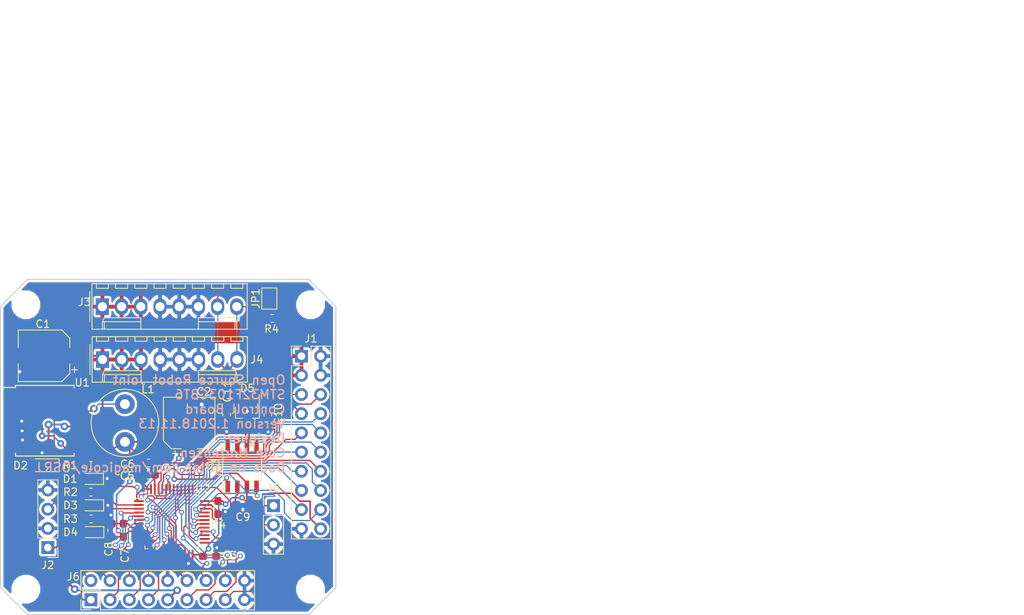
<source format=kicad_pcb>
(kicad_pcb (version 20171130) (host pcbnew "(5.0.0)")
  (layers (0 F.Cu signal hide) (31 B.Cu signal hide) (34 B.Paste user) (35 F.Paste user hide) (36 B.SilkS user) (37 F.SilkS user hide) (38 B.Mask user) (39 F.Mask user hide) (44 Edge.Cuts user))
  (net 0 "")
  (net 1 GND)
  (net 2 /VIN)
  (net 3 +3V3)
  (net 4 "Net-(D1-Pad2)")
  (net 5 "Net-(D2-Pad1)")
  (net 6 "Net-(D3-Pad2)")
  (net 7 "Net-(D4-Pad2)")
  (net 8 /Enable)
  (net 9 /Speed_PWM)
  (net 10 /FWD_REV)
  (net 11 /U_encoder)
  (net 12 /as5040_CS)
  (net 13 /V_encoder)
  (net 14 /as5040_CLK)
  (net 15 /W_encoder)
  (net 16 /as5040_PROG)
  (net 17 /as5040_LSB_PWM)
  (net 18 /U_driver)
  (net 19 /as5040_DO)
  (net 20 /V_driver)
  (net 21 /W_driver)
  (net 22 /local_encoder_pwm)
  (net 23 /SWDIO)
  (net 24 /SWCLK)
  (net 25 /OSC_IN)
  (net 26 /OSC_OUT)
  (net 27 /PC15)
  (net 28 /PB0)
  (net 29 /PB1)
  (net 30 /PB2)
  (net 31 /PB3)
  (net 32 /PB4)
  (net 33 /PB5)
  (net 34 /PB7)
  (net 35 /PB12)
  (net 36 /PA3)
  (net 37 /PA15)
  (net 38 "Net-(JP1-Pad1)")
  (net 39 "Net-(R2-Pad1)")
  (net 40 "Net-(R3-Pad2)")
  (net 41 "Net-(U2-Pad7)")
  (net 42 /CANRX)
  (net 43 /CANTX)
  (net 44 "Net-(U3-Pad5)")
  (net 45 "Net-(U3-Pad8)")
  (net 46 /CAN-)
  (net 47 /CAN+)
  (net 48 "Net-(U2-Pad26)")
  (net 49 "Net-(U2-Pad27)")
  (net 50 "Net-(U2-Pad28)")
  (module Capacitor_SMD:CP_Elec_6.3x5.4 (layer F.Cu) (at 113.3 67.9 180)
    (fp_text reference C1 (at 0.15 4.2 180) (layer F.SilkS))
    (fp_text value 22uF)
    (pad 2 smd rect (at 2.8 0 180) (size 3.5 1.6) (layers F.Cu F.Paste F.Mask) (net 1 GND))
    (pad 1 smd rect (at -2.8 0 180) (size 3.5 1.6) (layers F.Cu F.Paste F.Mask) (net 2 /VIN))
  )
  (module Capacitor_SMD:CP_Elec_6.3x5.4 (layer F.Cu) (at 132.5 76.8 90)
    (fp_text reference C2 (at 4.15 1.95 180) (layer F.SilkS))
    (fp_text value 220uF)
    (pad 1 smd rect (at -2.8 0 90) (size 3.5 1.6) (layers F.Cu F.Paste F.Mask) (net 3 +3V3))
    (pad 2 smd rect (at 2.8 0 90) (size 3.5 1.6) (layers F.Cu F.Paste F.Mask) (net 1 GND))
  )
  (module Capacitor_SMD:C_0603_1608Metric_Pad1.05x0.95mm_HandSolder (layer F.Cu) (at 135.2 94.45)
    (fp_text reference C3 (at 2.65 -0.1) (layer F.SilkS))
    (fp_text value 100nF)
    (pad 1 smd roundrect (at -0.875 0) (size 1.05 0.95) (layers F.Cu F.Paste F.Mask) (net 3 +3V3))
    (pad 2 smd roundrect (at 0.875 0) (size 1.05 0.95) (layers F.Cu F.Paste F.Mask) (net 1 GND))
  )
  (module Capacitor_SMD:C_0603_1608Metric_Pad1.05x0.95mm_HandSolder (layer F.Cu) (at 136.3 88 270)
    (fp_text reference C4 (at 2.25 -0.1) (layer F.SilkS))
    (fp_text value 100nF)
    (pad 2 smd roundrect (at 0.875 0 270) (size 1.05 0.95) (layers F.Cu F.Paste F.Mask) (net 1 GND))
    (pad 1 smd roundrect (at -0.875 0 270) (size 1.05 0.95) (layers F.Cu F.Paste F.Mask) (net 3 +3V3))
  )
  (module Capacitor_SMD:C_0603_1608Metric_Pad1.05x0.95mm_HandSolder (layer F.Cu) (at 127.1 83.7)
    (fp_text reference C5 (at -2.8 0.1) (layer F.SilkS))
    (fp_text value 100nF)
    (pad 1 smd roundrect (at -0.875 0) (size 1.05 0.95) (layers F.Cu F.Paste F.Mask) (net 3 +3V3))
    (pad 2 smd roundrect (at 0.875 0) (size 1.05 0.95) (layers F.Cu F.Paste F.Mask) (net 1 GND))
  )
  (module Capacitor_SMD:C_0603_1608Metric_Pad1.05x0.95mm_HandSolder (layer F.Cu) (at 127.125 82.1)
    (fp_text reference C6 (at -2.8 0.15) (layer F.SilkS))
    (fp_text value 4.7uF)
    (pad 2 smd roundrect (at 0.875 0) (size 1.05 0.95) (layers F.Cu F.Paste F.Mask) (net 1 GND))
    (pad 1 smd roundrect (at -0.875 0) (size 1.05 0.95) (layers F.Cu F.Paste F.Mask) (net 3 +3V3))
  )
  (module Capacitor_SMD:C_0603_1608Metric_Pad1.05x0.95mm_HandSolder (layer F.Cu) (at 123.8 91 90)
    (fp_text reference C7 (at -3.35 0.2 270) (layer F.SilkS))
    (fp_text value 10nF)
    (pad 1 smd roundrect (at -0.875 0 90) (size 1.05 0.95) (layers F.Cu F.Paste F.Mask) (net 3 +3V3))
    (pad 2 smd roundrect (at 0.875 0 90) (size 1.05 0.95) (layers F.Cu F.Paste F.Mask) (net 1 GND))
  )
  (module Capacitor_SMD:C_0603_1608Metric_Pad1.05x0.95mm_HandSolder (layer F.Cu) (at 122.25 91 90)
    (fp_text reference C8 (at -2.5 -0.4 270) (layer F.SilkS))
    (fp_text value 1uF)
    (pad 2 smd roundrect (at 0.875 0 90) (size 1.05 0.95) (layers F.Cu F.Paste F.Mask) (net 1 GND))
    (pad 1 smd roundrect (at -0.875 0 90) (size 1.05 0.95) (layers F.Cu F.Paste F.Mask) (net 3 +3V3))
  )
  (module Capacitor_SMD:C_0603_1608Metric_Pad1.05x0.95mm_HandSolder (layer F.Cu) (at 139.6 87.6 180)
    (fp_text reference C9 (at 0 -1.65 180) (layer F.SilkS))
    (fp_text value 100nF)
    (pad 1 smd roundrect (at -0.875 0 180) (size 1.05 0.95) (layers F.Cu F.Paste F.Mask) (net 3 +3V3))
    (pad 2 smd roundrect (at 0.875 0 180) (size 1.05 0.95) (layers F.Cu F.Paste F.Mask) (net 1 GND))
  )
  (module Capacitor_SMD:C_0603_1608Metric_Pad1.05x0.95mm_HandSolder (layer F.Cu) (at 142.9 75.725 90)
    (fp_text reference C10 (at 0.125 1.4 90) (layer F.SilkS))
    (fp_text value 100nF)
    (pad 1 smd roundrect (at -0.875 0 90) (size 1.05 0.95) (layers F.Cu F.Paste F.Mask) (net 1 GND))
    (pad 2 smd roundrect (at 0.875 0 90) (size 1.05 0.95) (layers F.Cu F.Paste F.Mask) (net 46 /CAN-))
  )
  (module Capacitor_SMD:C_0603_1608Metric_Pad1.05x0.95mm_HandSolder (layer F.Cu) (at 137.45 75.7 270)
    (fp_text reference C11 (at -3.075 -0.1 90) (layer F.SilkS))
    (fp_text value 100nF)
    (pad 2 smd roundrect (at 0.875 0 270) (size 1.05 0.95) (layers F.Cu F.Paste F.Mask) (net 1 GND))
    (pad 1 smd roundrect (at -0.875 0 270) (size 1.05 0.95) (layers F.Cu F.Paste F.Mask) (net 47 /CAN+))
  )
  (module LED_SMD:LED_0603_1608Metric_Pad1.05x0.95mm_HandSolder (layer F.Cu) (at 119.5 84.2 180)
    (fp_text reference D1 (at 2.75 0) (layer F.SilkS))
    (fp_text value "RED LED")
    (pad 2 smd roundrect (at 0.875 0 180) (size 1.05 0.95) (layers F.Cu F.Paste F.Mask) (net 4 "Net-(D1-Pad2)"))
    (pad 1 smd roundrect (at -0.875 0 180) (size 1.05 0.95) (layers F.Cu F.Paste F.Mask) (net 1 GND))
  )
  (module Diode_SMD:D_SOD-323_HandSoldering (layer F.Cu) (at 113.4 82.4 180)
    (fp_text reference D2 (at 3.2 -0.031357) (layer F.SilkS))
    (fp_text value SR106)
    (pad 1 smd rect (at -1.25 0 180) (size 1 1) (layers F.Cu F.Paste F.Mask) (net 5 "Net-(D2-Pad1)"))
    (pad 2 smd rect (at 1.25 0 180) (size 1 1) (layers F.Cu F.Paste F.Mask) (net 1 GND))
  )
  (module LED_SMD:LED_0603_1608Metric_Pad1.05x0.95mm_HandSolder (layer F.Cu) (at 119.525 87.7 180)
    (fp_text reference D3 (at 2.725 0 180) (layer F.SilkS))
    (fp_text value "GRN LED")
    (pad 1 smd roundrect (at -0.875 0 180) (size 1.05 0.95) (layers F.Cu F.Paste F.Mask) (net 1 GND))
    (pad 2 smd roundrect (at 0.875 0 180) (size 1.05 0.95) (layers F.Cu F.Paste F.Mask) (net 6 "Net-(D3-Pad2)"))
  )
  (module LED_SMD:LED_0603_1608Metric_Pad1.05x0.95mm_HandSolder (layer F.Cu) (at 119.55 91.25 180)
    (fp_text reference D4 (at 2.75 0 180) (layer F.SilkS))
    (fp_text value "BLUE LED")
    (pad 1 smd roundrect (at -0.875 0 180) (size 1.05 0.95) (layers F.Cu F.Paste F.Mask) (net 1 GND))
    (pad 2 smd roundrect (at 0.875 0 180) (size 1.05 0.95) (layers F.Cu F.Paste F.Mask) (net 7 "Net-(D4-Pad2)"))
  )
  (module Package_TO_SOT_SMD:SOT-23_Handsoldering (layer F.Cu) (at 140.2 75.4 270)
    (fp_text reference D5 (at -3.2 0) (layer F.SilkS))
    (fp_text value ESDCAN24-2BLY)
    (pad 1 smd rect (at -1.5 -0.95 270) (size 1.9 0.8) (layers F.Cu F.Paste F.Mask) (net 46 /CAN-))
    (pad 2 smd rect (at -1.5 0.95 270) (size 1.9 0.8) (layers F.Cu F.Paste F.Mask) (net 47 /CAN+))
    (pad 3 smd rect (at 1.5 0 270) (size 1.9 0.8) (layers F.Cu F.Paste F.Mask) (net 1 GND))
  )
  (module Connector_PinHeader_2.54mm:PinHeader_2x10_P2.54mm_Vertical (layer F.Cu) (at 147.35 67.95)
    (fp_text reference J1 (at 1.27 -2.33) (layer F.SilkS))
    (fp_text value Conn_02x10_Odd_Even)
    (pad 20 thru_hole oval (at 2.54 22.86) (size 1.7 1.7) (drill 1) (layers *.Cu *.Mask) (net 3 +3V3))
    (pad 19 thru_hole oval (at 0 22.86) (size 1.7 1.7) (drill 1) (layers *.Cu *.Mask) (net 1 GND))
    (pad 18 thru_hole oval (at 2.54 20.32) (size 1.7 1.7) (drill 1) (layers *.Cu *.Mask) (net 21 /W_driver))
    (pad 17 thru_hole oval (at 0 20.32) (size 1.7 1.7) (drill 1) (layers *.Cu *.Mask) (net 20 /V_driver))
    (pad 16 thru_hole oval (at 2.54 17.78) (size 1.7 1.7) (drill 1) (layers *.Cu *.Mask) (net 19 /as5040_DO))
    (pad 15 thru_hole oval (at 0 17.78) (size 1.7 1.7) (drill 1) (layers *.Cu *.Mask) (net 18 /U_driver))
    (pad 14 thru_hole oval (at 2.54 15.24) (size 1.7 1.7) (drill 1) (layers *.Cu *.Mask) (net 17 /as5040_LSB_PWM))
    (pad 13 thru_hole oval (at 0 15.24) (size 1.7 1.7) (drill 1) (layers *.Cu *.Mask) (net 16 /as5040_PROG))
    (pad 12 thru_hole oval (at 2.54 12.7) (size 1.7 1.7) (drill 1) (layers *.Cu *.Mask) (net 15 /W_encoder))
    (pad 11 thru_hole oval (at 0 12.7) (size 1.7 1.7) (drill 1) (layers *.Cu *.Mask) (net 14 /as5040_CLK))
    (pad 10 thru_hole oval (at 2.54 10.16) (size 1.7 1.7) (drill 1) (layers *.Cu *.Mask) (net 13 /V_encoder))
    (pad 9 thru_hole oval (at 0 10.16) (size 1.7 1.7) (drill 1) (layers *.Cu *.Mask) (net 12 /as5040_CS))
    (pad 8 thru_hole oval (at 2.54 7.62) (size 1.7 1.7) (drill 1) (layers *.Cu *.Mask) (net 11 /U_encoder))
    (pad 7 thru_hole oval (at 0 7.62) (size 1.7 1.7) (drill 1) (layers *.Cu *.Mask) (net 10 /FWD_REV))
    (pad 6 thru_hole oval (at 2.54 5.08) (size 1.7 1.7) (drill 1) (layers *.Cu *.Mask) (net 9 /Speed_PWM))
    (pad 5 thru_hole oval (at 0 5.08) (size 1.7 1.7) (drill 1) (layers *.Cu *.Mask) (net 8 /Enable))
    (pad 4 thru_hole oval (at 2.54 2.54) (size 1.7 1.7) (drill 1) (layers *.Cu *.Mask) (net 1 GND))
    (pad 3 thru_hole oval (at 0 2.54) (size 1.7 1.7) (drill 1) (layers *.Cu *.Mask) (net 2 /VIN))
    (pad 2 thru_hole oval (at 2.54 0) (size 1.7 1.7) (drill 1) (layers *.Cu *.Mask) (net 1 GND))
    (pad 1 thru_hole rect (at 0 0) (size 1.7 1.7) (drill 1) (layers *.Cu *.Mask) (net 2 /VIN))
  )
  (module Connector_Molex:Molex_KK-254_AE-6410-08A_1x08_P2.54mm_Vertical (layer F.Cu) (at 121.02 61.4)
    (fp_text reference J3 (at -2.37 -0.6) (layer F.SilkS))
    (fp_text value Conn_01x04)
    (pad 1 thru_hole rect (at 0 0) (size 1.74 2.2) (drill 1.2) (layers *.Cu *.Mask) (net 2 /VIN))
    (pad 2 thru_hole oval (at 2.54 0) (size 1.74 2.2) (drill 1.2) (layers *.Cu *.Mask) (net 2 /VIN))
    (pad 3 thru_hole oval (at 5.08 0) (size 1.74 2.2) (drill 1.2) (layers *.Cu *.Mask) (net 2 /VIN))
    (pad 4 thru_hole oval (at 7.62 0) (size 1.74 2.2) (drill 1.2) (layers *.Cu *.Mask) (net 1 GND))
    (pad 5 thru_hole oval (at 10.16 0) (size 1.74 2.2) (drill 1.2) (layers *.Cu *.Mask) (net 1 GND))
    (pad 6 thru_hole oval (at 12.7 0) (size 1.74 2.2) (drill 1.2) (layers *.Cu *.Mask) (net 1 GND))
    (pad 7 thru_hole oval (at 15.24 0) (size 1.74 2.2) (drill 1.2) (layers *.Cu *.Mask) (net 47 /CAN+))
    (pad 8 thru_hole oval (at 17.78 0) (size 1.74 2.2) (drill 1.2) (layers *.Cu *.Mask) (net 46 /CAN-))
  )
  (module Connector_Molex:Molex_KK-254_AE-6410-08A_1x08_P2.54mm_Vertical (layer F.Cu) (at 121.04 68.4)
    (fp_text reference J4 (at 20.4 0 180) (layer F.SilkS))
    (fp_text value Conn_01x04)
    (pad 8 thru_hole oval (at 17.78 0) (size 1.74 2.2) (drill 1.2) (layers *.Cu *.Mask) (net 46 /CAN-))
    (pad 7 thru_hole oval (at 15.24 0) (size 1.74 2.2) (drill 1.2) (layers *.Cu *.Mask) (net 47 /CAN+))
    (pad 6 thru_hole oval (at 12.7 0) (size 1.74 2.2) (drill 1.2) (layers *.Cu *.Mask) (net 1 GND))
    (pad 5 thru_hole oval (at 10.16 0) (size 1.74 2.2) (drill 1.2) (layers *.Cu *.Mask) (net 1 GND))
    (pad 4 thru_hole oval (at 7.62 0) (size 1.74 2.2) (drill 1.2) (layers *.Cu *.Mask) (net 1 GND))
    (pad 3 thru_hole oval (at 5.08 0) (size 1.74 2.2) (drill 1.2) (layers *.Cu *.Mask) (net 2 /VIN))
    (pad 2 thru_hole oval (at 2.54 0) (size 1.74 2.2) (drill 1.2) (layers *.Cu *.Mask) (net 2 /VIN))
    (pad 1 thru_hole rect (at 0 0) (size 1.74 2.2) (drill 1.2) (layers *.Cu *.Mask) (net 2 /VIN))
  )
  (module Connector_PinHeader_2.54mm:PinHeader_1x03_P2.54mm_Vertical (layer F.Cu) (at 143.65 87.75)
    (fp_text reference J5 (at 0 -2.33) (layer F.SilkS))
    (fp_text value Conn_01x03)
    (pad 1 thru_hole rect (at 0 0) (size 1.7 1.7) (drill 1) (layers *.Cu *.Mask) (net 24 /SWCLK))
    (pad 2 thru_hole oval (at 0 2.54) (size 1.7 1.7) (drill 1) (layers *.Cu *.Mask) (net 23 /SWDIO))
    (pad 3 thru_hole oval (at 0 5.08) (size 1.7 1.7) (drill 1) (layers *.Cu *.Mask) (net 1 GND))
  )
  (module Connector_PinHeader_2.54mm:PinHeader_2x09_P2.54mm_Vertical (layer F.Cu) (at 119.5 100.2 90)
    (fp_text reference J6 (at 3.05 -2.33 180) (layer F.SilkS))
    (fp_text value Conn_02x09_Counter_Clockwise)
    (pad 1 thru_hole rect (at 0 0 90) (size 1.7 1.7) (drill 1) (layers *.Cu *.Mask) (net 3 +3V3))
    (pad 2 thru_hole oval (at 2.54 0 90) (size 1.7 1.7) (drill 1) (layers *.Cu *.Mask) (net 27 /PC15))
    (pad 3 thru_hole oval (at 0 2.54 90) (size 1.7 1.7) (drill 1) (layers *.Cu *.Mask) (net 26 /OSC_OUT))
    (pad 4 thru_hole oval (at 2.54 2.54 90) (size 1.7 1.7) (drill 1) (layers *.Cu *.Mask) (net 25 /OSC_IN))
    (pad 5 thru_hole oval (at 0 5.08 90) (size 1.7 1.7) (drill 1) (layers *.Cu *.Mask) (net 36 /PA3))
    (pad 6 thru_hole oval (at 2.54 5.08 90) (size 1.7 1.7) (drill 1) (layers *.Cu *.Mask) (net 34 /PB7))
    (pad 7 thru_hole oval (at 0 7.62 90) (size 1.7 1.7) (drill 1) (layers *.Cu *.Mask) (net 29 /PB1))
    (pad 8 thru_hole oval (at 2.54 7.62 90) (size 1.7 1.7) (drill 1) (layers *.Cu *.Mask) (net 28 /PB0))
    (pad 9 thru_hole oval (at 0 10.16 90) (size 1.7 1.7) (drill 1) (layers *.Cu *.Mask) (net 2 /VIN))
    (pad 10 thru_hole oval (at 2.54 10.16 90) (size 1.7 1.7) (drill 1) (layers *.Cu *.Mask) (net 1 GND))
    (pad 11 thru_hole oval (at 0 12.7 90) (size 1.7 1.7) (drill 1) (layers *.Cu *.Mask) (net 31 /PB3))
    (pad 12 thru_hole oval (at 2.54 12.7 90) (size 1.7 1.7) (drill 1) (layers *.Cu *.Mask) (net 30 /PB2))
    (pad 13 thru_hole oval (at 0 15.24 90) (size 1.7 1.7) (drill 1) (layers *.Cu *.Mask) (net 35 /PB12))
    (pad 14 thru_hole oval (at 2.54 15.24 90) (size 1.7 1.7) (drill 1) (layers *.Cu *.Mask) (net 33 /PB5))
    (pad 15 thru_hole oval (at 0 17.78 90) (size 1.7 1.7) (drill 1) (layers *.Cu *.Mask) (net 37 /PA15))
    (pad 16 thru_hole oval (at 2.54 17.78 90) (size 1.7 1.7) (drill 1) (layers *.Cu *.Mask) (net 32 /PB4))
    (pad 17 thru_hole oval (at 0 20.32 90) (size 1.7 1.7) (drill 1) (layers *.Cu *.Mask) (net 1 GND))
    (pad 18 thru_hole oval (at 2.54 20.32 90) (size 1.7 1.7) (drill 1) (layers *.Cu *.Mask) (net 1 GND))
  )
  (module Jumper:SolderJumper-2_P1.3mm_Open_TrianglePad1.0x1.5mm (layer F.Cu) (at 143.1 60.325 90)
    (fp_text reference JP1 (at 0 -1.8 90) (layer F.SilkS))
    (fp_text value RtermJumper)
    (pad 2 smd custom (at 0.725 0 90) (size 0.3 0.3) (layers F.Cu F.Mask) (net 47 /CAN+) (options (clearance outline) (anchor rect)) (primitives (gr_poly (pts (xy -0.65 -0.75) (xy 0.5 -0.75) (xy 0.5 0.75) (xy -0.65 0.75) (xy -0.15 0)) (width 0))))
    (pad 1 smd custom (at -0.725 0 90) (size 0.3 0.3) (layers F.Cu F.Mask) (net 38 "Net-(JP1-Pad1)") (options (clearance outline) (anchor rect)) (primitives (gr_poly (pts (xy -0.5 -0.75) (xy 0.5 -0.75) (xy 1 0) (xy 0.5 0.75) (xy -0.5 0.75)) (width 0))))
  )
  (module Inductor_THT:L_Radial_D8.7mm_P5.00mm_Fastron_07HCP (layer F.Cu) (at 124 74.3 270)
    (fp_text reference L1 (at -1.95 -3.05) (layer F.SilkS))
    (fp_text value 330uH)
    (pad 1 thru_hole circle (at 0 0 270) (size 2.6 2.6) (drill 1.3) (layers *.Cu *.Mask) (net 5 "Net-(D2-Pad1)"))
    (pad 2 thru_hole circle (at 5 0 270) (size 2.6 2.6) (drill 1.3) (layers *.Cu *.Mask) (net 3 +3V3))
  )
  (module Resistor_SMD:R_0603_1608Metric_Pad1.05x0.95mm_HandSolder (layer F.Cu) (at 119.5 82.4)
    (fp_text reference R1 (at -2.75 0 180) (layer F.SilkS))
    (fp_text value 68)
    (pad 2 smd roundrect (at 0.875 0) (size 1.05 0.95) (layers F.Cu F.Paste F.Mask) (net 3 +3V3))
    (pad 1 smd roundrect (at -0.875 0) (size 1.05 0.95) (layers F.Cu F.Paste F.Mask) (net 4 "Net-(D1-Pad2)"))
  )
  (module Resistor_SMD:R_0603_1608Metric_Pad1.05x0.95mm_HandSolder (layer F.Cu) (at 119.5 85.95 180)
    (fp_text reference R2 (at 2.7 0 180) (layer F.SilkS))
    (fp_text value 68)
    (pad 1 smd roundrect (at -0.875 0 180) (size 1.05 0.95) (layers F.Cu F.Paste F.Mask) (net 39 "Net-(R2-Pad1)"))
    (pad 2 smd roundrect (at 0.875 0 180) (size 1.05 0.95) (layers F.Cu F.Paste F.Mask) (net 6 "Net-(D3-Pad2)"))
  )
  (module Resistor_SMD:R_0603_1608Metric_Pad1.05x0.95mm_HandSolder (layer F.Cu) (at 119.55 89.5)
    (fp_text reference R3 (at -2.75 0) (layer F.SilkS))
    (fp_text value 33)
    (pad 2 smd roundrect (at 0.875 0) (size 1.05 0.95) (layers F.Cu F.Paste F.Mask) (net 40 "Net-(R3-Pad2)"))
    (pad 1 smd roundrect (at -0.875 0) (size 1.05 0.95) (layers F.Cu F.Paste F.Mask) (net 7 "Net-(D4-Pad2)"))
  )
  (module Resistor_SMD:R_0603_1608Metric_Pad1.05x0.95mm_HandSolder (layer F.Cu) (at 143.475 62.95)
    (fp_text reference R4 (at -0.075 1.4) (layer F.SilkS))
    (fp_text value 120)
    (pad 1 smd roundrect (at -0.875 0) (size 1.05 0.95) (layers F.Cu F.Paste F.Mask) (net 46 /CAN-))
    (pad 2 smd roundrect (at 0.875 0) (size 1.05 0.95) (layers F.Cu F.Paste F.Mask) (net 38 "Net-(JP1-Pad1)"))
  )
  (module Package_SO:SOIC-14W_7.5x9.0mm_P1.27mm (layer F.Cu) (at 113.4 76.5)
    (fp_text reference U1 (at 4.95 -5.05) (layer F.SilkS))
    (fp_text value LM2574HVM-3.3)
    (pad 1 smd rect (at -4.65 -3.81) (size 1.5 0.6) (layers F.Cu F.Paste F.Mask))
    (pad 2 smd rect (at -4.65 -2.54) (size 1.5 0.6) (layers F.Cu F.Paste F.Mask))
    (pad 3 smd rect (at -4.65 -1.27) (size 1.5 0.6) (layers F.Cu F.Paste F.Mask) (net 3 +3V3))
    (pad 4 smd rect (at -4.65 0) (size 1.5 0.6) (layers F.Cu F.Paste F.Mask) (net 1 GND))
    (pad 5 smd rect (at -4.65 1.27) (size 1.5 0.6) (layers F.Cu F.Paste F.Mask) (net 1 GND))
    (pad 6 smd rect (at -4.65 2.54) (size 1.5 0.6) (layers F.Cu F.Paste F.Mask) (net 1 GND))
    (pad 7 smd rect (at -4.65 3.81) (size 1.5 0.6) (layers F.Cu F.Paste F.Mask))
    (pad 9 smd rect (at 4.65 2.54) (size 1.5 0.6) (layers F.Cu F.Paste F.Mask))
    (pad 10 smd rect (at 4.65 1.27) (size 1.5 0.6) (layers F.Cu F.Paste F.Mask) (net 2 /VIN))
    (pad 11 smd rect (at 4.65 0) (size 1.5 0.6) (layers F.Cu F.Paste F.Mask))
    (pad 12 smd rect (at 4.65 -1.27) (size 1.5 0.6) (layers F.Cu F.Paste F.Mask) (net 5 "Net-(D2-Pad1)"))
    (pad 13 smd rect (at 4.65 -2.54) (size 1.5 0.6) (layers F.Cu F.Paste F.Mask))
    (pad 14 smd rect (at 4.65 -3.81) (size 1.5 0.6) (layers F.Cu F.Paste F.Mask))
    (pad 8 smd rect (at 4.65 3.81) (size 1.5 0.6) (layers F.Cu F.Paste F.Mask))
  )
  (module Package_QFP:LQFP-48_7x7mm_P0.5mm (layer F.Cu) (at 130.2 89.9)
    (fp_text reference U2 (at 4.1 -4.4) (layer F.SilkS))
    (fp_text value STM32F103CBTx)
    (pad 1 smd rect (at -4.35 -2.75) (size 1.3 0.25) (layers F.Cu F.Paste F.Mask) (net 3 +3V3))
    (pad 2 smd rect (at -4.35 -2.25) (size 1.3 0.25) (layers F.Cu F.Paste F.Mask) (net 39 "Net-(R2-Pad1)"))
    (pad 3 smd rect (at -4.35 -1.75) (size 1.3 0.25) (layers F.Cu F.Paste F.Mask) (net 40 "Net-(R3-Pad2)"))
    (pad 4 smd rect (at -4.35 -1.25) (size 1.3 0.25) (layers F.Cu F.Paste F.Mask) (net 27 /PC15))
    (pad 5 smd rect (at -4.35 -0.75) (size 1.3 0.25) (layers F.Cu F.Paste F.Mask) (net 25 /OSC_IN))
    (pad 6 smd rect (at -4.35 -0.25) (size 1.3 0.25) (layers F.Cu F.Paste F.Mask) (net 26 /OSC_OUT))
    (pad 7 smd rect (at -4.35 0.25) (size 1.3 0.25) (layers F.Cu F.Paste F.Mask) (net 41 "Net-(U2-Pad7)"))
    (pad 8 smd rect (at -4.35 0.75) (size 1.3 0.25) (layers F.Cu F.Paste F.Mask) (net 1 GND))
    (pad 9 smd rect (at -4.35 1.25) (size 1.3 0.25) (layers F.Cu F.Paste F.Mask) (net 3 +3V3))
    (pad 10 smd rect (at -4.35 1.75) (size 1.3 0.25) (layers F.Cu F.Paste F.Mask) (net 11 /U_encoder))
    (pad 11 smd rect (at -4.35 2.25) (size 1.3 0.25) (layers F.Cu F.Paste F.Mask) (net 13 /V_encoder))
    (pad 12 smd rect (at -4.35 2.75) (size 1.3 0.25) (layers F.Cu F.Paste F.Mask) (net 15 /W_encoder))
    (pad 13 smd rect (at -2.75 4.35 90) (size 1.3 0.25) (layers F.Cu F.Paste F.Mask) (net 36 /PA3))
    (pad 14 smd rect (at -2.25 4.35 90) (size 1.3 0.25) (layers F.Cu F.Paste F.Mask) (net 12 /as5040_CS))
    (pad 15 smd rect (at -1.75 4.35 90) (size 1.3 0.25) (layers F.Cu F.Paste F.Mask) (net 14 /as5040_CLK))
    (pad 16 smd rect (at -1.25 4.35 90) (size 1.3 0.25) (layers F.Cu F.Paste F.Mask) (net 19 /as5040_DO))
    (pad 17 smd rect (at -0.75 4.35 90) (size 1.3 0.25) (layers F.Cu F.Paste F.Mask) (net 16 /as5040_PROG))
    (pad 18 smd rect (at -0.25 4.35 90) (size 1.3 0.25) (layers F.Cu F.Paste F.Mask) (net 28 /PB0))
    (pad 19 smd rect (at 0.25 4.35 90) (size 1.3 0.25) (layers F.Cu F.Paste F.Mask) (net 29 /PB1))
    (pad 20 smd rect (at 0.75 4.35 90) (size 1.3 0.25) (layers F.Cu F.Paste F.Mask) (net 30 /PB2))
    (pad 21 smd rect (at 1.25 4.35 90) (size 1.3 0.25) (layers F.Cu F.Paste F.Mask) (net 10 /FWD_REV))
    (pad 22 smd rect (at 1.75 4.35 90) (size 1.3 0.25) (layers F.Cu F.Paste F.Mask) (net 9 /Speed_PWM))
    (pad 23 smd rect (at 2.25 4.35 90) (size 1.3 0.25) (layers F.Cu F.Paste F.Mask) (net 1 GND))
    (pad 24 smd rect (at 2.75 4.35 90) (size 1.3 0.25) (layers F.Cu F.Paste F.Mask) (net 3 +3V3))
    (pad 25 smd rect (at 4.35 2.75) (size 1.3 0.25) (layers F.Cu F.Paste F.Mask) (net 35 /PB12))
    (pad 26 smd rect (at 4.35 2.25) (size 1.3 0.25) (layers F.Cu F.Paste F.Mask) (net 48 "Net-(U2-Pad26)"))
    (pad 27 smd rect (at 4.35 1.75) (size 1.3 0.25) (layers F.Cu F.Paste F.Mask) (net 49 "Net-(U2-Pad27)"))
    (pad 28 smd rect (at 4.35 1.25) (size 1.3 0.25) (layers F.Cu F.Paste F.Mask) (net 50 "Net-(U2-Pad28)"))
    (pad 29 smd rect (at 4.35 0.75) (size 1.3 0.25) (layers F.Cu F.Paste F.Mask) (net 18 /U_driver))
    (pad 30 smd rect (at 4.35 0.25) (size 1.3 0.25) (layers F.Cu F.Paste F.Mask) (net 20 /V_driver))
    (pad 31 smd rect (at 4.35 -0.25) (size 1.3 0.25) (layers F.Cu F.Paste F.Mask) (net 21 /W_driver))
    (pad 32 smd rect (at 4.35 -0.75) (size 1.3 0.25) (layers F.Cu F.Paste F.Mask) (net 42 /CANRX))
    (pad 33 smd rect (at 4.35 -1.25) (size 1.3 0.25) (layers F.Cu F.Paste F.Mask) (net 43 /CANTX))
    (pad 34 smd rect (at 4.35 -1.75) (size 1.3 0.25) (layers F.Cu F.Paste F.Mask) (net 23 /SWDIO))
    (pad 35 smd rect (at 4.35 -2.25) (size 1.3 0.25) (layers F.Cu F.Paste F.Mask) (net 1 GND))
    (pad 36 smd rect (at 4.35 -2.75) (size 1.3 0.25) (layers F.Cu F.Paste F.Mask) (net 3 +3V3))
    (pad 37 smd rect (at 2.75 -4.35 90) (size 1.3 0.25) (layers F.Cu F.Paste F.Mask) (net 24 /SWCLK))
    (pad 38 smd rect (at 2.25 -4.35 90) (size 1.3 0.25) (layers F.Cu F.Paste F.Mask) (net 37 /PA15))
    (pad 39 smd rect (at 1.75 -4.35 90) (size 1.3 0.25) (layers F.Cu F.Paste F.Mask) (net 31 /PB3))
    (pad 40 smd rect (at 1.25 -4.35 90) (size 1.3 0.25) (layers F.Cu F.Paste F.Mask) (net 32 /PB4))
    (pad 41 smd rect (at 0.75 -4.35 90) (size 1.3 0.25) (layers F.Cu F.Paste F.Mask) (net 33 /PB5))
    (pad 42 smd rect (at 0.25 -4.35 90) (size 1.3 0.25) (layers F.Cu F.Paste F.Mask) (net 22 /local_encoder_pwm))
    (pad 43 smd rect (at -0.25 -4.35 90) (size 1.3 0.25) (layers F.Cu F.Paste F.Mask) (net 34 /PB7))
    (pad 44 smd rect (at -0.75 -4.35 90) (size 1.3 0.25) (layers F.Cu F.Paste F.Mask) (net 1 GND))
    (pad 45 smd rect (at -1.25 -4.35 90) (size 1.3 0.25) (layers F.Cu F.Paste F.Mask) (net 17 /as5040_LSB_PWM))
    (pad 46 smd rect (at -1.75 -4.35 90) (size 1.3 0.25) (layers F.Cu F.Paste F.Mask) (net 8 /Enable))
    (pad 47 smd rect (at -2.25 -4.35 90) (size 1.3 0.25) (layers F.Cu F.Paste F.Mask) (net 1 GND))
    (pad 48 smd rect (at -2.75 -4.35 90) (size 1.3 0.25) (layers F.Cu F.Paste F.Mask) (net 3 +3V3))
  )
  (module Package_SO:SOIC-8_3.9x4.9mm_P1.27mm (layer F.Cu) (at 139.5 82.5 90)
    (fp_text reference U3 (at 0 -3.5 90) (layer F.SilkS))
    (fp_text value SN65HVD232)
    (pad 1 smd rect (at -2.7 -1.905 90) (size 1.55 0.6) (layers F.Cu F.Paste F.Mask) (net 43 /CANTX))
    (pad 2 smd rect (at -2.7 -0.635 90) (size 1.55 0.6) (layers F.Cu F.Paste F.Mask) (net 1 GND))
    (pad 3 smd rect (at -2.7 0.635 90) (size 1.55 0.6) (layers F.Cu F.Paste F.Mask) (net 3 +3V3))
    (pad 4 smd rect (at -2.7 1.905 90) (size 1.55 0.6) (layers F.Cu F.Paste F.Mask) (net 42 /CANRX))
    (pad 5 smd rect (at 2.7 1.905 90) (size 1.55 0.6) (layers F.Cu F.Paste F.Mask) (net 44 "Net-(U3-Pad5)"))
    (pad 6 smd rect (at 2.7 0.635 90) (size 1.55 0.6) (layers F.Cu F.Paste F.Mask) (net 46 /CAN-))
    (pad 7 smd rect (at 2.7 -0.635 90) (size 1.55 0.6) (layers F.Cu F.Paste F.Mask) (net 47 /CAN+))
    (pad 8 smd rect (at 2.7 -1.905 90) (size 1.55 0.6) (layers F.Cu F.Paste F.Mask) (net 45 "Net-(U3-Pad8)"))
  )
  (module MountingHole:MountingHole_3.2mm_M3 (layer F.Cu) (at 110.9 61.15)
    (fp_text reference REF** hide)
    (fp_text value MountingHole_3.2mm_M3)
    (pad 1 np_thru_hole circle (at 0 0) (size 3.2 3.2) (drill 3.2) (layers *.Cu *.Mask))
  )
  (module Connector_PinHeader_2.54mm:PinHeader_1x04_P2.54mm_Vertical (layer F.Cu) (at 113.8 93.29 180)
    (fp_text reference J2 (at 0 -2.33 180) (layer F.SilkS))
    (fp_text value Conn_01x04)
    (pad 1 thru_hole rect (at 0 0 180) (size 1.7 1.7) (drill 1) (layers *.Cu *.Mask) (net 3 +3V3))
    (pad 2 thru_hole oval (at 0 2.54 180) (size 1.7 1.7) (drill 1) (layers *.Cu *.Mask) (net 1 GND))
    (pad 3 thru_hole oval (at 0 5.08 180) (size 1.7 1.7) (drill 1) (layers *.Cu *.Mask) (net 22 /local_encoder_pwm))
    (pad 4 thru_hole oval (at 0 7.62 180) (size 1.7 1.7) (drill 1) (layers *.Cu *.Mask) (net 1 GND))
  )
  (module MountingHole:MountingHole_3.2mm_M3 (layer F.Cu) (at 148.55 61.15)
    (fp_text reference REF** hide)
    (fp_text value MountingHole_3.2mm_M3)
    (pad 1 np_thru_hole circle (at 0 0) (size 3.2 3.2) (drill 3.2) (layers *.Cu *.Mask))
  )
  (module MountingHole:MountingHole_3.2mm_M3 (layer F.Cu) (at 110.9 98.8)
    (fp_text reference REF** hide)
    (fp_text value MountingHole_3.2mm_M3)
    (pad 1 np_thru_hole circle (at 0 0) (size 3.2 3.2) (drill 3.2) (layers *.Cu *.Mask))
  )
  (module MountingHole:MountingHole_3.2mm_M3 (layer F.Cu) (at 148.55 98.8)
    (fp_text reference REF** hide)
    (fp_text value MountingHole_3.2mm_M3)
    (pad 1 np_thru_hole circle (at 0 0) (size 3.2 3.2) (drill 3.2) (layers *.Cu *.Mask))
  )
  (gr_text "Open Source Robot Joint \nSTM32F103CBT6\nControll Board\nVersion 1.2018.11.13\nDesigner:\nCole Mortensen\nDocs on gitlab.com/magicole/OSRJ" (at 145.35 76.9) (layer B.SilkS) (effects (font (size 1.2 1.2) (thickness 0.2)) (justify left mirror)))
  (gr_line (start 107.55 98.6) (end 107.55 61.35) (layer Edge.Cuts) (width 0.15))
  (gr_line (start 111.1 102.15) (end 107.55 98.6) (layer Edge.Cuts) (width 0.15))
  (gr_line (start 148.35 102.15) (end 111.1 102.15) (layer Edge.Cuts) (width 0.15))
  (gr_line (start 151.9 98.6) (end 148.35 102.15) (layer Edge.Cuts) (width 0.15))
  (gr_line (start 151.9 61.35) (end 151.9 98.6) (layer Edge.Cuts) (width 0.15))
  (gr_line (start 148.35 57.8) (end 151.9 61.35) (layer Edge.Cuts) (width 0.15))
  (gr_line (start 111.1 57.8) (end 148.35 57.8) (layer Edge.Cuts) (width 0.15))
  (gr_line (start 107.55 61.35) (end 111.1 57.8) (layer Edge.Cuts) (width 0.15))
  (segment (start 122.25 90.125) (end 123.8 90.125) (width 0.2032) (layer F.Cu) (net 1))
  (via (at 134.15 74.35) (size 1.016) (drill 0.508) (layers F.Cu B.Cu) (net 1))
  (segment (start 132.5 74) (end 133.8 74) (width 0.2032) (layer F.Cu) (net 1))
  (segment (start 133.8 74) (end 134.15 74.35) (width 0.2032) (layer F.Cu) (net 1))
  (via (at 140.2 75.25) (size 0.889) (drill 0.381) (layers F.Cu B.Cu) (net 1))
  (segment (start 140.2 76.9) (end 140.2 75.25) (width 0.2032) (layer F.Cu) (net 1))
  (via (at 137.45 77.95) (size 0.889) (drill 0.381) (layers F.Cu B.Cu) (net 1))
  (segment (start 137.45 76.575) (end 137.45 77.95) (width 0.2032) (layer F.Cu) (net 1))
  (segment (start 138.625 87.3) (end 138.625 86.525) (width 0.2032) (layer F.Cu) (net 1))
  (segment (start 138.865 86.285) (end 138.865 85.2) (width 0.2032) (layer F.Cu) (net 1))
  (segment (start 138.625 86.525) (end 138.865 86.285) (width 0.2032) (layer F.Cu) (net 1))
  (via (at 113.05 80.75) (size 0.889) (drill 0.381) (layers F.Cu B.Cu) (net 1))
  (segment (start 112.15 82.4) (end 112.15 81.65) (width 0.2032) (layer F.Cu) (net 1))
  (segment (start 112.15 81.65) (end 113.05 80.75) (width 0.2032) (layer F.Cu) (net 1))
  (via (at 110.45 79.05) (size 0.889) (drill 0.381) (layers F.Cu B.Cu) (net 1))
  (segment (start 108.75 79.04) (end 110.44 79.04) (width 0.2032) (layer F.Cu) (net 1))
  (segment (start 110.44 79.04) (end 110.45 79.05) (width 0.2032) (layer F.Cu) (net 1))
  (via (at 110.4 77.85) (size 0.889) (drill 0.381) (layers F.Cu B.Cu) (net 1))
  (segment (start 108.75 77.77) (end 110.32 77.77) (width 0.2032) (layer F.Cu) (net 1))
  (segment (start 110.32 77.77) (end 110.4 77.85) (width 0.2032) (layer F.Cu) (net 1))
  (via (at 110.35 76.55) (size 0.889) (drill 0.381) (layers F.Cu B.Cu) (net 1))
  (segment (start 108.75 76.5) (end 110.3 76.5) (width 0.2032) (layer F.Cu) (net 1))
  (segment (start 110.3 76.5) (end 110.35 76.55) (width 0.2032) (layer F.Cu) (net 1))
  (via (at 110.1 70) (size 0.889) (drill 0.381) (layers F.Cu B.Cu) (net 1))
  (segment (start 110.5 67.9) (end 110.5 69.6) (width 0.2032) (layer F.Cu) (net 1))
  (segment (start 110.5 69.6) (end 110.1 70) (width 0.2032) (layer F.Cu) (net 1))
  (segment (start 121.55 90.125) (end 122.25 90.125) (width 0.2032) (layer F.Cu) (net 1))
  (segment (start 120.425 91.25) (end 121.55 90.125) (width 0.2032) (layer F.Cu) (net 1))
  (segment (start 124.9 90.65) (end 125.85 90.65) (width 0.2032) (layer F.Cu) (net 1))
  (segment (start 123.8 90.125) (end 124.375 90.125) (width 0.2032) (layer F.Cu) (net 1))
  (segment (start 124.375 90.125) (end 124.9 90.65) (width 0.2032) (layer F.Cu) (net 1))
  (segment (start 127.925928 84.199072) (end 128.425 83.7) (width 0.2032) (layer F.Cu) (net 1))
  (segment (start 127.925928 84.875928) (end 127.925928 84.199072) (width 0.2032) (layer F.Cu) (net 1))
  (segment (start 127.95 84.9) (end 127.925928 84.875928) (width 0.2032) (layer F.Cu) (net 1))
  (segment (start 127.95 85.55) (end 127.95 84.9) (width 0.2032) (layer F.Cu) (net 1))
  (segment (start 135.4032 87.65) (end 134.55 87.65) (width 0.2032) (layer F.Cu) (net 1))
  (segment (start 136.3 88.875) (end 136.3 88.5468) (width 0.2032) (layer F.Cu) (net 1))
  (segment (start 136.3 88.5468) (end 135.4032 87.65) (width 0.2032) (layer F.Cu) (net 1))
  (via (at 136.15 93.3) (size 0.889) (drill 0.381) (layers F.Cu B.Cu) (net 1))
  (segment (start 136.075 94.45) (end 136.075 93.375) (width 0.2032) (layer F.Cu) (net 1))
  (segment (start 136.075 93.375) (end 136.15 93.3) (width 0.2032) (layer F.Cu) (net 1))
  (segment (start 128.425 83.7) (end 128.3 83.7) (width 0.1651) (layer F.Cu) (net 1))
  (segment (start 142.9 77.927629) (end 142.95 77.977629) (width 0.2032) (layer F.Cu) (net 1))
  (segment (start 142.9 76.6) (end 142.9 77.927629) (width 0.2032) (layer F.Cu) (net 1))
  (via (at 142.95 77.977629) (size 0.889) (drill 0.381) (layers F.Cu B.Cu) (net 1))
  (via (at 121.75 87.7) (size 0.635) (drill 0.381) (layers F.Cu B.Cu) (net 1))
  (segment (start 120.4 87.7) (end 121.75 87.7) (width 0.1651) (layer F.Cu) (net 1))
  (via (at 121.65 84.15) (size 0.635) (drill 0.381) (layers F.Cu B.Cu) (net 1))
  (segment (start 120.375 84.2) (end 121.6 84.2) (width 0.1651) (layer F.Cu) (net 1))
  (segment (start 121.6 84.2) (end 121.65 84.15) (width 0.1651) (layer F.Cu) (net 1))
  (via (at 137.292959 88.542203) (size 0.635) (drill 0.381) (layers F.Cu B.Cu) (net 1))
  (segment (start 136.3 88.875) (end 136.960162 88.875) (width 0.1651) (layer F.Cu) (net 1))
  (segment (start 136.960162 88.875) (end 137.292959 88.542203) (width 0.1651) (layer F.Cu) (net 1))
  (segment (start 128 83.675) (end 127.975 83.7) (width 0.1651) (layer F.Cu) (net 1))
  (segment (start 128 82.1) (end 128 83.675) (width 0.1651) (layer F.Cu) (net 1))
  (via (at 127.1 82.95) (size 0.635) (drill 0.381) (layers F.Cu B.Cu) (net 1))
  (segment (start 128 82.1) (end 127.95 82.1) (width 0.1651) (layer F.Cu) (net 1))
  (segment (start 127.95 82.1) (end 127.1 82.95) (width 0.1651) (layer F.Cu) (net 1))
  (via (at 139.6 88.33485) (size 0.635) (drill 0.381) (layers F.Cu B.Cu) (net 1))
  (segment (start 138.725 87.6) (end 138.86515 87.6) (width 0.1651) (layer F.Cu) (net 1))
  (segment (start 138.86515 87.6) (end 139.6 88.33485) (width 0.1651) (layer F.Cu) (net 1))
  (via (at 122.15 89) (size 0.635) (drill 0.381) (layers F.Cu B.Cu) (net 1))
  (segment (start 122.25 90.125) (end 122.25 89.1) (width 0.1651) (layer F.Cu) (net 1))
  (segment (start 122.25 89.1) (end 122.15 89) (width 0.1651) (layer F.Cu) (net 1))
  (segment (start 129.45 86.3651) (end 129.367449 86.447651) (width 0.1651) (layer F.Cu) (net 1))
  (segment (start 129.45 85.55) (end 129.45 86.3651) (width 0.1651) (layer F.Cu) (net 1))
  (segment (start 128.131627 86.447651) (end 127.95 86.266024) (width 0.1651) (layer F.Cu) (net 1))
  (segment (start 129.367449 86.447651) (end 128.131627 86.447651) (width 0.1651) (layer F.Cu) (net 1))
  (segment (start 127.95 86.266024) (end 127.95 85.55) (width 0.1651) (layer F.Cu) (net 1))
  (via (at 132.4 95.4) (size 0.635) (drill 0.381) (layers F.Cu B.Cu) (net 1))
  (segment (start 132.45 94.25) (end 132.45 95.35) (width 0.1651) (layer F.Cu) (net 1))
  (segment (start 132.45 95.35) (end 132.4 95.4) (width 0.1651) (layer F.Cu) (net 1))
  (segment (start 120.54 67.9) (end 121.04 68.4) (width 0.254) (layer F.Cu) (net 2))
  (segment (start 116.1 67.9) (end 120.54 67.9) (width 0.254) (layer F.Cu) (net 2))
  (segment (start 118.05 77.77) (end 119.13 77.77) (width 0.254) (layer F.Cu) (net 2))
  (segment (start 121.04 75.86) (end 121.04 68.4) (width 0.254) (layer F.Cu) (net 2))
  (segment (start 119.13 77.77) (end 121.04 75.86) (width 0.254) (layer F.Cu) (net 2))
  (via (at 130.9 98.95) (size 1.016) (drill 0.508) (layers F.Cu B.Cu) (net 2))
  (segment (start 129.66 100.2) (end 129.66 100.19) (width 0.254) (layer F.Cu) (net 2))
  (segment (start 129.66 100.19) (end 130.9 98.95) (width 0.254) (layer F.Cu) (net 2))
  (via (at 117.35 98.8) (size 1.016) (drill 0.508) (layers F.Cu B.Cu) (net 2))
  (segment (start 130.9 98.95) (end 117.5 98.95) (width 0.254) (layer B.Cu) (net 2))
  (segment (start 117.5 98.95) (end 117.35 98.8) (width 0.254) (layer B.Cu) (net 2))
  (segment (start 116.842001 98.292001) (end 114.742001 98.292001) (width 0.254) (layer F.Cu) (net 2))
  (segment (start 117.35 98.8) (end 116.842001 98.292001) (width 0.254) (layer F.Cu) (net 2))
  (segment (start 114.742001 98.292001) (end 111.5 95.05) (width 0.254) (layer F.Cu) (net 2))
  (segment (start 111.5 95.05) (end 111.5 84.95) (width 0.254) (layer F.Cu) (net 2))
  (segment (start 113.257899 83.192101) (end 113.257899 81.892101) (width 0.254) (layer F.Cu) (net 2))
  (segment (start 111.5 84.95) (end 113.257899 83.192101) (width 0.254) (layer F.Cu) (net 2))
  (via (at 113.89435 77) (size 1.016) (drill 0.508) (layers F.Cu B.Cu) (net 2))
  (segment (start 113.257899 81.892101) (end 113.89435 81.25565) (width 0.254) (layer F.Cu) (net 2))
  (segment (start 113.89435 81.25565) (end 113.89435 77) (width 0.254) (layer F.Cu) (net 2))
  (via (at 116 77.25) (size 1.016) (drill 0.508) (layers F.Cu B.Cu) (net 2))
  (segment (start 113.89435 77) (end 115.75 77) (width 0.254) (layer B.Cu) (net 2))
  (segment (start 115.75 77) (end 116 77.25) (width 0.254) (layer B.Cu) (net 2))
  (segment (start 117.53 77.25) (end 118.05 77.77) (width 0.254) (layer F.Cu) (net 2))
  (segment (start 116 77.25) (end 117.53 77.25) (width 0.254) (layer F.Cu) (net 2))
  (segment (start 124 79.3) (end 126.675 81.975) (width 0.2032) (layer F.Cu) (net 3))
  (segment (start 122.25 91.875) (end 123.8 91.875) (width 0.2032) (layer F.Cu) (net 3))
  (segment (start 124.299072 91.375928) (end 124.324072 91.375928) (width 0.2032) (layer F.Cu) (net 3))
  (segment (start 123.8 91.875) (end 124.299072 91.375928) (width 0.2032) (layer F.Cu) (net 3))
  (segment (start 124.55 91.15) (end 125.85 91.15) (width 0.2032) (layer F.Cu) (net 3))
  (segment (start 124.324072 91.375928) (end 124.55 91.15) (width 0.2032) (layer F.Cu) (net 3))
  (segment (start 140.135 87.06) (end 140.375 87.3) (width 0.2032) (layer F.Cu) (net 3))
  (segment (start 140.135 85.2) (end 140.135 87.06) (width 0.2032) (layer F.Cu) (net 3))
  (segment (start 136.275 87.15) (end 136.3 87.125) (width 0.2032) (layer F.Cu) (net 3))
  (segment (start 134.55 87.15) (end 136.275 87.15) (width 0.2032) (layer F.Cu) (net 3))
  (segment (start 132.2 79.3) (end 132.5 79.6) (width 0.2032) (layer F.Cu) (net 3))
  (segment (start 124 79.3) (end 132.2 79.3) (width 0.2032) (layer F.Cu) (net 3))
  (segment (start 123.475 79.3) (end 124 79.3) (width 0.2032) (layer F.Cu) (net 3))
  (segment (start 120.375 82.4) (end 123.475 79.3) (width 0.2032) (layer F.Cu) (net 3))
  (segment (start 120.375 81.825) (end 119.85 81.3) (width 0.2032) (layer F.Cu) (net 3))
  (segment (start 120.375 82.4) (end 120.375 81.825) (width 0.2032) (layer F.Cu) (net 3))
  (via (at 115.5 79.5) (size 0.889) (drill 0.381) (layers F.Cu B.Cu) (net 3))
  (segment (start 119.85 81.3) (end 117.3 81.3) (width 0.2032) (layer F.Cu) (net 3))
  (segment (start 117.3 81.3) (end 115.5 79.5) (width 0.2032) (layer F.Cu) (net 3))
  (via (at 113.05 78.5) (size 0.889) (drill 0.381) (layers F.Cu B.Cu) (net 3))
  (segment (start 115.5 79.5) (end 114.5 78.5) (width 0.2032) (layer B.Cu) (net 3))
  (segment (start 114.5 78.5) (end 113.05 78.5) (width 0.2032) (layer B.Cu) (net 3))
  (segment (start 113.05 78.5) (end 113.05 77.1) (width 0.2032) (layer F.Cu) (net 3))
  (segment (start 111.18 75.23) (end 108.75 75.23) (width 0.2032) (layer F.Cu) (net 3))
  (segment (start 113.05 77.1) (end 111.18 75.23) (width 0.2032) (layer F.Cu) (net 3))
  (via (at 123.1 91.05) (size 0.762) (drill 0.381) (layers F.Cu B.Cu) (net 3))
  (segment (start 123.8 91.875) (end 123.8 91.75) (width 0.2032) (layer F.Cu) (net 3))
  (segment (start 123.8 91.75) (end 123.1 91.05) (width 0.2032) (layer F.Cu) (net 3))
  (via (at 124.65 84.55) (size 0.762) (drill 0.381) (layers F.Cu B.Cu) (net 3))
  (segment (start 124.65 79.95) (end 124 79.3) (width 0.2032) (layer F.Cu) (net 3))
  (segment (start 124.65 84.55) (end 124.65 79.95) (width 0.2032) (layer F.Cu) (net 3))
  (segment (start 114.8532 93.29) (end 115.9 92.2432) (width 0.2032) (layer F.Cu) (net 3))
  (segment (start 113.8 93.29) (end 114.8532 93.29) (width 0.2032) (layer F.Cu) (net 3))
  (segment (start 121.675 91.875) (end 122.25 91.875) (width 0.2032) (layer F.Cu) (net 3))
  (segment (start 121.3068 92.2432) (end 121.675 91.875) (width 0.2032) (layer F.Cu) (net 3))
  (segment (start 115.9 92.2432) (end 121.3068 92.2432) (width 0.2032) (layer F.Cu) (net 3))
  (segment (start 118.4468 100.2) (end 118.25 100.0032) (width 0.2032) (layer F.Cu) (net 3))
  (segment (start 119.5 100.2) (end 118.4468 100.2) (width 0.2032) (layer F.Cu) (net 3))
  (segment (start 118.25 95.875) (end 122.25 91.875) (width 0.2032) (layer F.Cu) (net 3))
  (segment (start 118.25 100.0032) (end 118.25 95.875) (width 0.2032) (layer F.Cu) (net 3))
  (via (at 131.15 81.460928) (size 0.762) (drill 0.381) (layers F.Cu B.Cu) (net 3))
  (segment (start 131.15 79.9468) (end 131.15 81.460928) (width 0.2032) (layer F.Cu) (net 3))
  (segment (start 132.5 79.6) (end 131.4968 79.6) (width 0.2032) (layer F.Cu) (net 3))
  (segment (start 131.4968 79.6) (end 131.15 79.9468) (width 0.2032) (layer F.Cu) (net 3))
  (segment (start 126.225 84.275) (end 126.225 83.7) (width 0.2032) (layer F.Cu) (net 3))
  (segment (start 126.225 84.6532) (end 126.225 84.275) (width 0.2032) (layer F.Cu) (net 3))
  (segment (start 127.1218 85.55) (end 126.225 84.6532) (width 0.2032) (layer F.Cu) (net 3))
  (segment (start 127.45 85.55) (end 127.1218 85.55) (width 0.2032) (layer F.Cu) (net 3))
  (segment (start 126.225 82.125) (end 126.25 82.1) (width 0.2032) (layer F.Cu) (net 3))
  (segment (start 126.225 83.7) (end 126.225 82.125) (width 0.2032) (layer F.Cu) (net 3))
  (via (at 130.521077 84.239161) (size 0.762) (drill 0.381) (layers F.Cu B.Cu) (net 3))
  (segment (start 130.521077 83.23584) (end 130.521077 84.239161) (width 0.2032) (layer B.Cu) (net 3))
  (segment (start 131.15 81.460928) (end 130.521077 82.089851) (width 0.2032) (layer B.Cu) (net 3))
  (segment (start 130.521077 82.089851) (end 130.521077 83.23584) (width 0.2032) (layer B.Cu) (net 3))
  (segment (start 130.521077 84.239161) (end 135.810839 84.239161) (width 0.2032) (layer F.Cu) (net 3))
  (segment (start 140.135 84.725) (end 140.135 85.2) (width 0.2032) (layer F.Cu) (net 3))
  (segment (start 138.875799 83.465799) (end 140.135 84.725) (width 0.2032) (layer F.Cu) (net 3))
  (segment (start 136.584201 83.465799) (end 138.875799 83.465799) (width 0.2032) (layer F.Cu) (net 3))
  (segment (start 135.810839 84.239161) (end 136.584201 83.465799) (width 0.2032) (layer F.Cu) (net 3))
  (via (at 137.323656 87.55) (size 0.762) (drill 0.381) (layers F.Cu B.Cu) (net 3))
  (segment (start 136.3 87.125) (end 136.898656 87.125) (width 0.2032) (layer F.Cu) (net 3))
  (segment (start 136.898656 87.125) (end 136.942657 87.169001) (width 0.2032) (layer F.Cu) (net 3))
  (segment (start 136.942657 87.169001) (end 137.323656 87.55) (width 0.2032) (layer F.Cu) (net 3))
  (via (at 135.05 93.45) (size 0.762) (drill 0.381) (layers F.Cu B.Cu) (net 3))
  (segment (start 134.325 94.45) (end 134.325 94.175) (width 0.2032) (layer F.Cu) (net 3))
  (segment (start 134.325 94.175) (end 135.05 93.45) (width 0.2032) (layer F.Cu) (net 3))
  (segment (start 134.125 94.25) (end 134.325 94.45) (width 0.2032) (layer F.Cu) (net 3))
  (segment (start 132.95 94.25) (end 134.125 94.25) (width 0.2032) (layer F.Cu) (net 3))
  (segment (start 122.9 86.3) (end 124.65 84.55) (width 0.2032) (layer B.Cu) (net 3))
  (segment (start 123.1 91.05) (end 122.9 90.85) (width 0.2032) (layer B.Cu) (net 3))
  (segment (start 122.9 90.85) (end 122.9 86.3) (width 0.2032) (layer B.Cu) (net 3))
  (segment (start 125.565933 86.865933) (end 125.565933 86.261971) (width 0.2032) (layer F.Cu) (net 3))
  (segment (start 125.565933 86.261971) (end 126.277904 85.55) (width 0.2032) (layer F.Cu) (net 3))
  (segment (start 126.277904 85.55) (end 127.1218 85.55) (width 0.2032) (layer F.Cu) (net 3))
  (segment (start 125.85 87.15) (end 125.565933 86.865933) (width 0.2032) (layer F.Cu) (net 3))
  (segment (start 136.6 87.55) (end 137.323656 87.55) (width 0.2032) (layer B.Cu) (net 3))
  (segment (start 136.4 87.75) (end 136.6 87.55) (width 0.2032) (layer B.Cu) (net 3))
  (segment (start 136.4 91.561185) (end 136.4 87.75) (width 0.2032) (layer B.Cu) (net 3))
  (segment (start 135.05 93.45) (end 135.05 92.911185) (width 0.2032) (layer B.Cu) (net 3))
  (segment (start 135.05 92.911185) (end 136.4 91.561185) (width 0.2032) (layer B.Cu) (net 3))
  (segment (start 139.900928 87.100928) (end 139.5 86.7) (width 0.2032) (layer F.Cu) (net 3))
  (segment (start 146.067282 86.1) (end 143.119938 86.1) (width 0.2032) (layer F.Cu) (net 3))
  (segment (start 148.503299 89.423299) (end 148.503299 87.153299) (width 0.2032) (layer F.Cu) (net 3))
  (segment (start 143.119938 86.1) (end 142.11901 87.100928) (width 0.2032) (layer F.Cu) (net 3))
  (segment (start 147.120581 87.153299) (end 146.067282 86.1) (width 0.2032) (layer F.Cu) (net 3))
  (segment (start 142.11901 87.100928) (end 139.900928 87.100928) (width 0.2032) (layer F.Cu) (net 3))
  (segment (start 138.961185 86.7) (end 139.5 86.7) (width 0.2032) (layer B.Cu) (net 3))
  (segment (start 149.89 90.81) (end 148.503299 89.423299) (width 0.2032) (layer F.Cu) (net 3))
  (segment (start 137.323656 87.55) (end 138.173656 86.7) (width 0.2032) (layer B.Cu) (net 3))
  (segment (start 148.503299 87.153299) (end 147.120581 87.153299) (width 0.2032) (layer F.Cu) (net 3))
  (segment (start 138.173656 86.7) (end 138.961185 86.7) (width 0.2032) (layer B.Cu) (net 3))
  (via (at 139.5 86.7) (size 0.762) (drill 0.381) (layers F.Cu B.Cu) (net 3))
  (segment (start 118.625 83.625) (end 118.625 82.4) (width 0.1651) (layer F.Cu) (net 4))
  (segment (start 118.625 84.2) (end 118.625 83.625) (width 0.1651) (layer F.Cu) (net 4))
  (segment (start 114.65 82.4) (end 114.65 76.4) (width 0.1651) (layer F.Cu) (net 5))
  (segment (start 115.82 75.23) (end 117.95 75.23) (width 0.1651) (layer F.Cu) (net 5))
  (segment (start 114.65 76.4) (end 115.82 75.23) (width 0.1651) (layer F.Cu) (net 5))
  (via (at 119.9 74.9) (size 1.016) (drill 0.508) (layers F.Cu B.Cu) (net 5))
  (segment (start 118.05 75.23) (end 119.57 75.23) (width 0.1651) (layer F.Cu) (net 5))
  (segment (start 119.57 75.23) (end 119.9 74.9) (width 0.1651) (layer F.Cu) (net 5))
  (segment (start 120.5 74.3) (end 124 74.3) (width 0.1651) (layer B.Cu) (net 5))
  (segment (start 119.9 74.9) (end 120.5 74.3) (width 0.1651) (layer B.Cu) (net 5))
  (segment (start 118.65 85.975) (end 118.625 85.95) (width 0.1651) (layer F.Cu) (net 6))
  (segment (start 118.65 87.7) (end 118.65 85.975) (width 0.1651) (layer F.Cu) (net 6))
  (segment (start 118.675 91.25) (end 118.675 89.5) (width 0.1651) (layer F.Cu) (net 7))
  (segment (start 142.369789 80.430211) (end 142.369789 79.582223) (width 0.1651) (layer F.Cu) (net 8))
  (segment (start 146.147919 73.03) (end 147.35 73.03) (width 0.1651) (layer F.Cu) (net 8))
  (segment (start 128.784848 84.400052) (end 128.784848 82.446458) (width 0.1651) (layer F.Cu) (net 8))
  (segment (start 128.45 85.55) (end 128.45 84.7349) (width 0.1651) (layer F.Cu) (net 8))
  (segment (start 143.799999 78.152013) (end 143.8 74.95) (width 0.1651) (layer F.Cu) (net 8))
  (segment (start 143.8 74.95) (end 145.72 73.03) (width 0.1651) (layer F.Cu) (net 8))
  (segment (start 145.72 73.03) (end 146.147919 73.03) (width 0.1651) (layer F.Cu) (net 8))
  (segment (start 142.369789 79.582223) (end 143.799999 78.152013) (width 0.1651) (layer F.Cu) (net 8))
  (segment (start 134.477345 80.822651) (end 141.977349 80.822651) (width 0.1651) (layer F.Cu) (net 8))
  (segment (start 128.784848 82.446458) (end 129.141728 82.089578) (width 0.1651) (layer F.Cu) (net 8))
  (segment (start 133.210418 82.089578) (end 134.477345 80.822651) (width 0.1651) (layer F.Cu) (net 8))
  (segment (start 141.977349 80.822651) (end 142.369789 80.430211) (width 0.1651) (layer F.Cu) (net 8))
  (segment (start 128.45 84.7349) (end 128.784848 84.400052) (width 0.1651) (layer F.Cu) (net 8))
  (segment (start 129.141728 82.089578) (end 133.210418 82.089578) (width 0.1651) (layer F.Cu) (net 8))
  (segment (start 148.62 74.3) (end 144.966986 74.3) (width 0.1651) (layer F.Cu) (net 9))
  (segment (start 144.966986 74.3) (end 144.13021 75.136776) (width 0.1651) (layer F.Cu) (net 9))
  (segment (start 144.13021 78.28879) (end 142.7 79.719) (width 0.1651) (layer F.Cu) (net 9))
  (segment (start 142.7 80.6) (end 142.14714 81.15286) (width 0.1651) (layer F.Cu) (net 9))
  (segment (start 134.614124 81.15286) (end 133.347195 82.419789) (width 0.1651) (layer F.Cu) (net 9))
  (segment (start 133.347195 82.419789) (end 129.630954 82.419789) (width 0.1651) (layer F.Cu) (net 9))
  (segment (start 142.14714 81.15286) (end 134.614124 81.15286) (width 0.1651) (layer F.Cu) (net 9))
  (segment (start 149.89 73.03) (end 148.62 74.3) (width 0.1651) (layer F.Cu) (net 9))
  (segment (start 144.13021 75.136776) (end 144.13021 78.28879) (width 0.1651) (layer F.Cu) (net 9))
  (segment (start 129.630954 82.419789) (end 129.382912 82.667831) (width 0.1651) (layer F.Cu) (net 9))
  (segment (start 142.7 79.719) (end 142.7 80.6) (width 0.1651) (layer F.Cu) (net 9))
  (via (at 129.382912 82.667831) (size 0.635) (drill 0.381) (layers F.Cu B.Cu) (net 9))
  (segment (start 129.382912 82.667831) (end 127.003275 85.047468) (width 0.1651) (layer B.Cu) (net 9))
  (segment (start 127.003275 85.047468) (end 127.003275 86.550117) (width 0.1651) (layer B.Cu) (net 9))
  (segment (start 127.003275 86.550117) (end 127.003275 86.999129) (width 0.1651) (layer B.Cu) (net 9))
  (via (at 127.003275 86.999129) (size 0.635) (drill 0.381) (layers F.Cu B.Cu) (net 9))
  (segment (start 127.452287 86.999129) (end 127.003275 86.999129) (width 0.1651) (layer F.Cu) (net 9))
  (segment (start 130.157552 89.607552) (end 127.549129 86.999129) (width 0.1651) (layer F.Cu) (net 9))
  (segment (start 130.65 90.137754) (end 130.157552 89.645306) (width 0.1651) (layer F.Cu) (net 9))
  (segment (start 130.157552 89.645306) (end 130.157552 89.607552) (width 0.1651) (layer F.Cu) (net 9))
  (segment (start 130.65 90.246005) (end 130.65 90.137754) (width 0.1651) (layer F.Cu) (net 9))
  (segment (start 127.549129 86.999129) (end 127.452287 86.999129) (width 0.1651) (layer F.Cu) (net 9))
  (segment (start 131.95 94.25) (end 131.95 93.4) (width 0.1651) (layer F.Cu) (net 9))
  (segment (start 131.469791 92.919791) (end 130.836775 92.919791) (width 0.1651) (layer F.Cu) (net 9))
  (segment (start 130.836775 92.919791) (end 130.77557 92.858586) (width 0.1651) (layer F.Cu) (net 9))
  (segment (start 130.77557 92.858586) (end 130.77557 90.371575) (width 0.1651) (layer F.Cu) (net 9))
  (segment (start 131.95 93.4) (end 131.469791 92.919791) (width 0.1651) (layer F.Cu) (net 9))
  (segment (start 130.77557 90.371575) (end 130.65 90.246005) (width 0.1651) (layer F.Cu) (net 9))
  (segment (start 131.576175 84.373825) (end 128.117499 87.832501) (width 0.1651) (layer B.Cu) (net 10))
  (segment (start 131.576175 83.04536) (end 131.576175 84.373825) (width 0.1651) (layer B.Cu) (net 10))
  (segment (start 143.1 80.7) (end 143.1 79.785986) (width 0.1651) (layer F.Cu) (net 10))
  (segment (start 142.316929 81.483071) (end 143.1 80.7) (width 0.1651) (layer F.Cu) (net 10))
  (segment (start 131.576175 83.04536) (end 133.188612 83.04536) (width 0.1651) (layer F.Cu) (net 10))
  (segment (start 144.46042 75.273552) (end 145.103762 74.63021) (width 0.1651) (layer F.Cu) (net 10))
  (segment (start 143.1 79.785986) (end 144.46042 78.425567) (width 0.1651) (layer F.Cu) (net 10))
  (segment (start 133.188612 83.04536) (end 134.750901 81.483071) (width 0.1651) (layer F.Cu) (net 10))
  (segment (start 144.46042 78.425567) (end 144.46042 75.273552) (width 0.1651) (layer F.Cu) (net 10))
  (segment (start 134.750901 81.483071) (end 142.316929 81.483071) (width 0.1651) (layer F.Cu) (net 10))
  (segment (start 145.103762 74.63021) (end 146.41021 74.63021) (width 0.1651) (layer F.Cu) (net 10))
  (segment (start 146.41021 74.63021) (end 147.35 75.57) (width 0.1651) (layer F.Cu) (net 10))
  (via (at 131.576175 83.04536) (size 0.635) (drill 0.381) (layers F.Cu B.Cu) (net 10))
  (via (at 127.7 87.95) (size 0.635) (drill 0.381) (layers F.Cu B.Cu) (net 10))
  (segment (start 127.817499 87.832501) (end 128.117499 87.832501) (width 0.1651) (layer B.Cu) (net 10))
  (segment (start 127.7 87.95) (end 127.817499 87.832501) (width 0.1651) (layer B.Cu) (net 10))
  (segment (start 130.44536 92.995362) (end 130.44536 90.508352) (width 0.1651) (layer F.Cu) (net 10))
  (segment (start 131.45 94.25) (end 131.45 93.466988) (width 0.1651) (layer F.Cu) (net 10))
  (segment (start 128.204507 88.267499) (end 128.017499 88.267499) (width 0.1651) (layer F.Cu) (net 10))
  (segment (start 128.017499 88.267499) (end 127.7 87.95) (width 0.1651) (layer F.Cu) (net 10))
  (segment (start 130.44536 90.508352) (end 128.204507 88.267499) (width 0.1651) (layer F.Cu) (net 10))
  (segment (start 130.699999 93.250001) (end 130.44536 92.995362) (width 0.1651) (layer F.Cu) (net 10))
  (segment (start 131.233013 93.250001) (end 130.699999 93.250001) (width 0.1651) (layer F.Cu) (net 10))
  (segment (start 131.45 93.466988) (end 131.233013 93.250001) (width 0.1651) (layer F.Cu) (net 10))
  (via (at 126.978712 90.336235) (size 0.635) (drill 0.381) (layers F.Cu B.Cu) (net 11))
  (segment (start 136.380209 78.669789) (end 132.499999 82.549999) (width 0.1651) (layer B.Cu) (net 11))
  (segment (start 132.499999 82.549999) (end 132.499999 83.95) (width 0.1651) (layer B.Cu) (net 11))
  (segment (start 132.499999 83.95) (end 127.617499 88.8325) (width 0.1651) (layer B.Cu) (net 11))
  (segment (start 127.617499 88.8325) (end 127.617499 89.697448) (width 0.1651) (layer B.Cu) (net 11))
  (segment (start 127.296211 90.018736) (end 126.978712 90.336235) (width 0.1651) (layer B.Cu) (net 11))
  (segment (start 127.617499 89.697448) (end 127.296211 90.018736) (width 0.1651) (layer B.Cu) (net 11))
  (segment (start 143.282224 78.669789) (end 136.380209 78.669789) (width 0.1651) (layer B.Cu) (net 11))
  (segment (start 149.89 75.57) (end 148.792349 76.667651) (width 0.1651) (layer B.Cu) (net 11))
  (segment (start 144.1 77.15) (end 144.1 77.852013) (width 0.1651) (layer B.Cu) (net 11))
  (segment (start 148.792349 76.667651) (end 144.582349 76.667651) (width 0.1651) (layer B.Cu) (net 11))
  (segment (start 126.978712 90.785247) (end 126.978712 90.336235) (width 0.1651) (layer F.Cu) (net 11))
  (segment (start 126.6651 91.65) (end 126.978712 91.336388) (width 0.1651) (layer F.Cu) (net 11))
  (segment (start 144.582349 76.667651) (end 144.1 77.15) (width 0.1651) (layer B.Cu) (net 11))
  (segment (start 125.85 91.65) (end 126.6651 91.65) (width 0.1651) (layer F.Cu) (net 11))
  (segment (start 144.1 77.852013) (end 143.282224 78.669789) (width 0.1651) (layer B.Cu) (net 11))
  (segment (start 126.978712 91.336388) (end 126.978712 90.785247) (width 0.1651) (layer F.Cu) (net 11))
  (segment (start 147.35 78.11) (end 146.500001 78.959999) (width 0.1651) (layer F.Cu) (net 12))
  (segment (start 146.500001 78.959999) (end 145.306988 78.959999) (width 0.1651) (layer F.Cu) (net 12))
  (segment (start 134.887707 81.813281) (end 134.167499 82.533489) (width 0.1651) (layer F.Cu) (net 12))
  (segment (start 134.167499 82.867341) (end 133.85 83.18484) (width 0.1651) (layer F.Cu) (net 12))
  (segment (start 134.167499 82.533489) (end 134.167499 82.867341) (width 0.1651) (layer F.Cu) (net 12))
  (via (at 133.85 83.18484) (size 0.635) (drill 0.381) (layers F.Cu B.Cu) (net 12))
  (segment (start 145.306988 78.959999) (end 142.453706 81.813281) (width 0.1651) (layer F.Cu) (net 12))
  (segment (start 142.453706 81.813281) (end 134.887707 81.813281) (width 0.1651) (layer F.Cu) (net 12))
  (segment (start 127.95 93.25) (end 128.25 92.95) (width 0.1651) (layer F.Cu) (net 12))
  (segment (start 127.95 94.25) (end 127.95 93.25) (width 0.1651) (layer F.Cu) (net 12))
  (via (at 128.25 92.95) (size 0.635) (drill 0.381) (layers F.Cu B.Cu) (net 12))
  (segment (start 133.85 83.18484) (end 133.85 84.009348) (width 0.1651) (layer B.Cu) (net 12))
  (segment (start 128.567499 92.632501) (end 128.25 92.95) (width 0.1651) (layer B.Cu) (net 12))
  (segment (start 128.625571 92.574429) (end 128.567499 92.632501) (width 0.1651) (layer B.Cu) (net 12))
  (segment (start 133.85 84.009348) (end 128.625571 89.233777) (width 0.1651) (layer B.Cu) (net 12))
  (segment (start 128.625571 89.233777) (end 128.625571 92.574429) (width 0.1651) (layer B.Cu) (net 12))
  (segment (start 126.634848 92.15) (end 127.206793 91.578055) (width 0.1651) (layer F.Cu) (net 13))
  (segment (start 125.85 92.15) (end 126.634848 92.15) (width 0.1651) (layer F.Cu) (net 13))
  (segment (start 127.965151 88.951836) (end 127.965151 90.184849) (width 0.1651) (layer B.Cu) (net 13))
  (segment (start 132.83021 84.086777) (end 127.965151 88.951836) (width 0.1651) (layer B.Cu) (net 13))
  (segment (start 132.83021 82.686776) (end 132.83021 84.086777) (width 0.1651) (layer B.Cu) (net 13))
  (segment (start 136.516986 79) (end 132.83021 82.686776) (width 0.1651) (layer B.Cu) (net 13))
  (segment (start 148.777861 76.997861) (end 144.719125 76.997861) (width 0.1651) (layer B.Cu) (net 13))
  (segment (start 149.89 78.11) (end 148.777861 76.997861) (width 0.1651) (layer B.Cu) (net 13))
  (segment (start 144.719125 76.997861) (end 144.43021 77.286776) (width 0.1651) (layer B.Cu) (net 13))
  (segment (start 144.43021 77.286776) (end 144.43021 77.98879) (width 0.1651) (layer B.Cu) (net 13))
  (segment (start 144.43021 77.98879) (end 143.419 79) (width 0.1651) (layer B.Cu) (net 13))
  (segment (start 143.419 79) (end 136.516986 79) (width 0.1651) (layer B.Cu) (net 13))
  (via (at 127.705126 90.671622) (size 0.635) (drill 0.381) (layers F.Cu B.Cu) (net 13))
  (segment (start 127.206793 91.578055) (end 127.705126 91.079722) (width 0.1651) (layer F.Cu) (net 13))
  (segment (start 127.705126 91.079722) (end 127.705126 90.671622) (width 0.1651) (layer F.Cu) (net 13))
  (segment (start 127.705126 90.671622) (end 127.705126 90.444874) (width 0.1651) (layer B.Cu) (net 13))
  (segment (start 127.705126 90.444874) (end 127.965151 90.184849) (width 0.1651) (layer B.Cu) (net 13))
  (via (at 129.190721 92.262217) (size 0.635) (drill 0.381) (layers F.Cu B.Cu) (net 14))
  (segment (start 129.190721 92.845703) (end 129.190721 92.711229) (width 0.1651) (layer F.Cu) (net 14))
  (segment (start 129.190721 92.711229) (end 129.190721 92.262217) (width 0.1651) (layer F.Cu) (net 14))
  (segment (start 128.45 93.586424) (end 129.190721 92.845703) (width 0.1651) (layer F.Cu) (net 14))
  (segment (start 128.45 94.25) (end 128.45 93.586424) (width 0.1651) (layer F.Cu) (net 14))
  (segment (start 135.800958 80.65) (end 146.147919 80.65) (width 0.1651) (layer B.Cu) (net 14))
  (segment (start 134.5 81.950958) (end 135.800958 80.65) (width 0.1651) (layer B.Cu) (net 14))
  (segment (start 128.955781 89.370555) (end 134.5 83.826336) (width 0.1651) (layer B.Cu) (net 14))
  (segment (start 128.955781 92.027277) (end 128.955781 89.370555) (width 0.1651) (layer B.Cu) (net 14))
  (segment (start 129.190721 92.262217) (end 128.955781 92.027277) (width 0.1651) (layer B.Cu) (net 14))
  (segment (start 134.5 83.826336) (end 134.5 81.950958) (width 0.1651) (layer B.Cu) (net 14))
  (segment (start 146.147919 80.65) (end 147.35 80.65) (width 0.1651) (layer B.Cu) (net 14))
  (segment (start 128.295361 89.088611) (end 128.341987 89.041985) (width 0.1651) (layer B.Cu) (net 15))
  (segment (start 125.85 92.65) (end 126.95 92.65) (width 0.1651) (layer F.Cu) (net 15))
  (via (at 127.992046 91.592046) (size 0.635) (drill 0.381) (layers F.Cu B.Cu) (net 15))
  (segment (start 126.95 92.65) (end 126.95 92.634092) (width 0.1651) (layer F.Cu) (net 15))
  (segment (start 126.95 92.634092) (end 127.992046 91.592046) (width 0.1651) (layer F.Cu) (net 15))
  (segment (start 128.295361 91.288731) (end 128.295361 90.85) (width 0.1651) (layer B.Cu) (net 15))
  (segment (start 127.992046 91.592046) (end 128.295361 91.288731) (width 0.1651) (layer B.Cu) (net 15))
  (segment (start 128.295361 89.088611) (end 128.295361 90.85) (width 0.1651) (layer B.Cu) (net 15))
  (segment (start 148.57021 79.33021) (end 149.040001 79.800001) (width 0.1651) (layer B.Cu) (net 15))
  (segment (start 128.295361 89.088611) (end 133.16042 84.223552) (width 0.1651) (layer B.Cu) (net 15))
  (segment (start 133.16042 82.823552) (end 136.653762 79.33021) (width 0.1651) (layer B.Cu) (net 15))
  (segment (start 136.653762 79.33021) (end 148.57021 79.33021) (width 0.1651) (layer B.Cu) (net 15))
  (segment (start 149.040001 79.800001) (end 149.89 80.65) (width 0.1651) (layer B.Cu) (net 15))
  (segment (start 133.16042 84.223552) (end 133.16042 82.823552) (width 0.1651) (layer B.Cu) (net 15))
  (via (at 129.865175 90.76459) (size 0.635) (drill 0.381) (layers F.Cu B.Cu) (net 16))
  (segment (start 130.115151 92.855249) (end 130.115151 91.115151) (width 0.1651) (layer F.Cu) (net 16))
  (segment (start 130 90.899415) (end 129.865175 90.76459) (width 0.1651) (layer F.Cu) (net 16))
  (segment (start 130.115151 91.115151) (end 130 91) (width 0.1651) (layer F.Cu) (net 16))
  (segment (start 129.45 94.25) (end 129.45 93.5204) (width 0.1651) (layer F.Cu) (net 16))
  (segment (start 130 91) (end 130 90.899415) (width 0.1651) (layer F.Cu) (net 16))
  (segment (start 129.45 93.5204) (end 130.115151 92.855249) (width 0.1651) (layer F.Cu) (net 16))
  (segment (start 135.844427 82.422559) (end 145.380478 82.422559) (width 0.1651) (layer B.Cu) (net 16))
  (segment (start 129.865175 89.395137) (end 135.2 84.060312) (width 0.1651) (layer B.Cu) (net 16))
  (segment (start 146.147919 83.19) (end 147.35 83.19) (width 0.1651) (layer B.Cu) (net 16))
  (segment (start 145.380478 82.422559) (end 146.147919 83.19) (width 0.1651) (layer B.Cu) (net 16))
  (segment (start 135.2 83.066986) (end 135.844427 82.422559) (width 0.1651) (layer B.Cu) (net 16))
  (segment (start 129.865175 90.76459) (end 129.865175 89.395137) (width 0.1651) (layer B.Cu) (net 16))
  (segment (start 135.2 84.060312) (end 135.2 83.066986) (width 0.1651) (layer B.Cu) (net 16))
  (segment (start 149.040001 82.340001) (end 149.89 83.19) (width 0.1651) (layer F.Cu) (net 17))
  (segment (start 148.447651 81.747651) (end 149.040001 82.340001) (width 0.1651) (layer F.Cu) (net 17))
  (segment (start 142.986322 81.747651) (end 148.447651 81.747651) (width 0.1651) (layer F.Cu) (net 17))
  (segment (start 142.583973 82.15) (end 142.986322 81.747651) (width 0.1651) (layer F.Cu) (net 17))
  (segment (start 135.1 82.15) (end 142.583973 82.15) (width 0.1651) (layer F.Cu) (net 17))
  (segment (start 134.5 82.75) (end 135.1 82.15) (width 0.1651) (layer F.Cu) (net 17))
  (segment (start 134.261994 83.75) (end 134.5 83.511994) (width 0.1651) (layer F.Cu) (net 17))
  (segment (start 133.25 83.75) (end 134.261994 83.75) (width 0.1651) (layer F.Cu) (net 17))
  (segment (start 133.110511 83.610511) (end 133.25 83.75) (width 0.1651) (layer F.Cu) (net 17))
  (segment (start 131.310511 83.610511) (end 133.110511 83.610511) (width 0.1651) (layer F.Cu) (net 17))
  (segment (start 130.55 82.85) (end 131.310511 83.610511) (width 0.1651) (layer F.Cu) (net 17))
  (segment (start 130 82.85) (end 130.55 82.85) (width 0.1651) (layer F.Cu) (net 17))
  (segment (start 129.25 83.6) (end 130 82.85) (width 0.1651) (layer F.Cu) (net 17))
  (segment (start 134.5 83.511994) (end 134.5 82.75) (width 0.1651) (layer F.Cu) (net 17))
  (segment (start 129.115058 83.6) (end 129.25 83.6) (width 0.1651) (layer F.Cu) (net 17))
  (segment (start 129.115058 84.536829) (end 129.115058 83.6) (width 0.1651) (layer F.Cu) (net 17))
  (segment (start 128.95 84.701887) (end 129.115058 84.536829) (width 0.1651) (layer F.Cu) (net 17))
  (segment (start 128.95 85.55) (end 128.95 84.701887) (width 0.1651) (layer F.Cu) (net 17))
  (segment (start 147.35 85.73) (end 144.389791 82.769791) (width 0.1651) (layer B.Cu) (net 18))
  (segment (start 137.037976 82.769791) (end 136.959817 82.769789) (width 0.1651) (layer B.Cu) (net 18))
  (segment (start 133.836424 90.65) (end 133.356781 91.129643) (width 0.1651) (layer F.Cu) (net 18))
  (via (at 133.356781 91.307789) (size 0.635) (drill 0.381) (layers F.Cu B.Cu) (net 18))
  (segment (start 136.959817 82.769789) (end 132.080211 87.649395) (width 0.1651) (layer B.Cu) (net 18))
  (segment (start 132.080211 87.649395) (end 132.080211 90.480231) (width 0.1651) (layer B.Cu) (net 18))
  (segment (start 132.080211 90.480231) (end 132.907769 91.307789) (width 0.1651) (layer B.Cu) (net 18))
  (segment (start 134.55 90.65) (end 133.836424 90.65) (width 0.1651) (layer F.Cu) (net 18))
  (segment (start 133.356781 91.129643) (end 133.356781 91.307789) (width 0.1651) (layer F.Cu) (net 18))
  (segment (start 132.907769 91.307789) (end 133.356781 91.307789) (width 0.1651) (layer B.Cu) (net 18))
  (segment (start 144.389791 82.769791) (end 137.037976 82.769791) (width 0.1651) (layer B.Cu) (net 18))
  (via (at 129.55 91.5) (size 0.635) (drill 0.381) (layers F.Cu B.Cu) (net 19))
  (segment (start 129.755872 91.705872) (end 129.55 91.5) (width 0.1651) (layer F.Cu) (net 19))
  (segment (start 128.95 93.553412) (end 129.755872 92.74754) (width 0.1651) (layer F.Cu) (net 19))
  (segment (start 129.755872 92.74754) (end 129.755872 91.705872) (width 0.1651) (layer F.Cu) (net 19))
  (segment (start 128.95 94.25) (end 128.95 93.553412) (width 0.1651) (layer F.Cu) (net 19))
  (segment (start 148.792349 82.892349) (end 148.792349 84.632349) (width 0.1651) (layer B.Cu) (net 19))
  (segment (start 147.992349 82.092349) (end 148.792349 82.892349) (width 0.1651) (layer B.Cu) (net 19))
  (segment (start 148.792349 84.632349) (end 149.040001 84.880001) (width 0.1651) (layer B.Cu) (net 19))
  (segment (start 134.83021 82.96979) (end 135.70765 82.092348) (width 0.1651) (layer B.Cu) (net 19))
  (segment (start 149.040001 84.880001) (end 149.89 85.73) (width 0.1651) (layer B.Cu) (net 19))
  (segment (start 129.285991 91.235991) (end 129.285991 89.507333) (width 0.1651) (layer B.Cu) (net 19))
  (segment (start 135.70765 82.092348) (end 147.992349 82.092349) (width 0.1651) (layer B.Cu) (net 19))
  (segment (start 129.55 91.5) (end 129.285991 91.235991) (width 0.1651) (layer B.Cu) (net 19))
  (segment (start 134.83021 83.963114) (end 134.83021 82.96979) (width 0.1651) (layer B.Cu) (net 19))
  (segment (start 129.285991 89.507333) (end 134.83021 83.963114) (width 0.1651) (layer B.Cu) (net 19))
  (segment (start 133.23643 90.549994) (end 133.1 90.549994) (width 0.1651) (layer F.Cu) (net 20))
  (segment (start 134.55 90.15) (end 133.636424 90.15) (width 0.1651) (layer F.Cu) (net 20))
  (via (at 133.1 90.549994) (size 0.635) (drill 0.381) (layers F.Cu B.Cu) (net 20))
  (segment (start 133.636424 90.15) (end 133.23643 90.549994) (width 0.1651) (layer F.Cu) (net 20))
  (segment (start 132.410422 89.860416) (end 132.782501 90.232495) (width 0.1651) (layer B.Cu) (net 20))
  (segment (start 132.782501 90.232495) (end 133.1 90.549994) (width 0.1651) (layer B.Cu) (net 20))
  (segment (start 132.410422 87.786166) (end 132.410422 89.860416) (width 0.1651) (layer B.Cu) (net 20))
  (segment (start 142.19979 83.11979) (end 137.076798 83.11979) (width 0.1651) (layer B.Cu) (net 20))
  (segment (start 147.35 88.27) (end 142.19979 83.11979) (width 0.1651) (layer B.Cu) (net 20))
  (segment (start 137.076798 83.11979) (end 132.410422 87.786166) (width 0.1651) (layer B.Cu) (net 20))
  (segment (start 143.745771 85.7) (end 139.936422 85.7) (width 0.1651) (layer B.Cu) (net 21))
  (segment (start 132.842465 89.43458) (end 133.159964 89.752079) (width 0.1651) (layer B.Cu) (net 21))
  (segment (start 132.782501 87.881076) (end 132.782501 89.374616) (width 0.1651) (layer B.Cu) (net 21))
  (segment (start 145.095772 87.050001) (end 143.745771 85.7) (width 0.1651) (layer B.Cu) (net 21))
  (via (at 133.159964 89.752079) (size 0.635) (drill 0.381) (layers F.Cu B.Cu) (net 21))
  (segment (start 148.447651 89.712349) (end 146.112349 89.712349) (width 0.1651) (layer B.Cu) (net 21))
  (segment (start 139.936422 85.7) (end 137.686422 83.45) (width 0.1651) (layer B.Cu) (net 21))
  (segment (start 145.095772 88.695772) (end 145.095772 87.050001) (width 0.1651) (layer B.Cu) (net 21))
  (segment (start 146.112349 89.712349) (end 145.095772 88.695772) (width 0.1651) (layer B.Cu) (net 21))
  (segment (start 134.55 89.65) (end 133.262043 89.65) (width 0.1651) (layer F.Cu) (net 21))
  (segment (start 133.262043 89.65) (end 133.159964 89.752079) (width 0.1651) (layer F.Cu) (net 21))
  (segment (start 132.782501 89.374616) (end 132.842465 89.43458) (width 0.1651) (layer B.Cu) (net 21))
  (segment (start 137.686422 83.45) (end 137.213577 83.45) (width 0.1651) (layer B.Cu) (net 21))
  (segment (start 137.213577 83.45) (end 132.782501 87.881076) (width 0.1651) (layer B.Cu) (net 21))
  (segment (start 149.89 88.27) (end 148.447651 89.712349) (width 0.1651) (layer B.Cu) (net 21))
  (segment (start 125.025751 85.194402) (end 125.145759 85.31441) (width 0.1651) (layer F.Cu) (net 22))
  (segment (start 116.815598 85.194402) (end 125.025751 85.194402) (width 0.1651) (layer F.Cu) (net 22))
  (via (at 125.594771 85.31441) (size 0.635) (drill 0.381) (layers F.Cu B.Cu) (net 22))
  (segment (start 125.145759 85.31441) (end 125.594771 85.31441) (width 0.1651) (layer F.Cu) (net 22))
  (segment (start 113.8 88.21) (end 116.815598 85.194402) (width 0.1651) (layer F.Cu) (net 22))
  (segment (start 125.594771 85.987025) (end 125.832635 86.224889) (width 0.1651) (layer B.Cu) (net 22))
  (segment (start 125.832635 86.224889) (end 126.150134 86.542388) (width 0.1651) (layer B.Cu) (net 22))
  (segment (start 125.594771 85.31441) (end 125.594771 85.987025) (width 0.1651) (layer B.Cu) (net 22))
  (via (at 126.150134 86.542388) (size 0.635) (drill 0.381) (layers F.Cu B.Cu) (net 22))
  (segment (start 130.45 85.55) (end 130.45 86.3651) (width 0.1651) (layer F.Cu) (net 22))
  (segment (start 130.45 86.3651) (end 130.037238 86.777862) (width 0.1651) (layer F.Cu) (net 22))
  (segment (start 130.037238 86.777862) (end 127.99485 86.777862) (width 0.1651) (layer F.Cu) (net 22))
  (segment (start 127.99485 86.777862) (end 127.664639 86.447651) (width 0.1651) (layer F.Cu) (net 22))
  (segment (start 126.467633 86.224889) (end 126.150134 86.542388) (width 0.1651) (layer F.Cu) (net 22))
  (segment (start 127.664639 86.447651) (end 127.126879 86.447651) (width 0.1651) (layer F.Cu) (net 22))
  (segment (start 126.904117 86.224889) (end 126.467633 86.224889) (width 0.1651) (layer F.Cu) (net 22))
  (segment (start 127.126879 86.447651) (end 126.904117 86.224889) (width 0.1651) (layer F.Cu) (net 22))
  (segment (start 143.65 90.29) (end 142.44 90.29) (width 0.1651) (layer F.Cu) (net 23))
  (segment (start 142.44 90.29) (end 141.9 89.75) (width 0.1651) (layer F.Cu) (net 23))
  (segment (start 135.963878 89.75) (end 135.563878 89.35) (width 0.1651) (layer F.Cu) (net 23))
  (segment (start 141.9 89.75) (end 135.963878 89.75) (width 0.1651) (layer F.Cu) (net 23))
  (segment (start 135.3651 88.15) (end 134.55 88.15) (width 0.1651) (layer F.Cu) (net 23))
  (segment (start 135.563878 88.348778) (end 135.3651 88.15) (width 0.1651) (layer F.Cu) (net 23))
  (segment (start 135.563878 89.35) (end 135.563878 88.348778) (width 0.1651) (layer F.Cu) (net 23))
  (segment (start 142.6349 87.75) (end 143.65 87.75) (width 0.1651) (layer F.Cu) (net 24))
  (segment (start 141.24766 87.863462) (end 141.361122 87.75) (width 0.1651) (layer F.Cu) (net 24))
  (segment (start 141.24766 88.038462) (end 141.24766 87.863462) (width 0.1651) (layer F.Cu) (net 24))
  (segment (start 140.386122 88.9) (end 141.24766 88.038462) (width 0.1651) (layer F.Cu) (net 24))
  (segment (start 138.813878 88.9) (end 140.386122 88.9) (width 0.1651) (layer F.Cu) (net 24))
  (segment (start 133.2401 85.55) (end 133.445751 85.344349) (width 0.1651) (layer F.Cu) (net 24))
  (segment (start 141.361122 87.75) (end 142.6349 87.75) (width 0.1651) (layer F.Cu) (net 24))
  (segment (start 132.95 85.55) (end 133.2401 85.55) (width 0.1651) (layer F.Cu) (net 24))
  (segment (start 133.445751 85.344349) (end 136.135151 85.344349) (width 0.1651) (layer F.Cu) (net 24))
  (segment (start 136.135151 85.344349) (end 137.95234 87.161538) (width 0.1651) (layer F.Cu) (net 24))
  (segment (start 137.95234 87.161538) (end 137.95234 88.038462) (width 0.1651) (layer F.Cu) (net 24))
  (segment (start 137.95234 88.038462) (end 138.813878 88.9) (width 0.1651) (layer F.Cu) (net 24))
  (segment (start 122.04 97.66) (end 120.78 96.4) (width 0.1651) (layer F.Cu) (net 25))
  (segment (start 119 96.25) (end 119 96.085914) (width 0.1651) (layer F.Cu) (net 25))
  (segment (start 120.78 96.4) (end 119.15 96.4) (width 0.1651) (layer F.Cu) (net 25))
  (segment (start 119.15 96.4) (end 119 96.25) (width 0.1651) (layer F.Cu) (net 25))
  (segment (start 119 96.085914) (end 121.805704 93.28021) (width 0.1651) (layer F.Cu) (net 25))
  (segment (start 122.243786 93.28021) (end 122.513576 93.55) (width 0.1651) (layer F.Cu) (net 25))
  (segment (start 121.805704 93.28021) (end 122.243786 93.28021) (width 0.1651) (layer F.Cu) (net 25))
  (via (at 123.548069 93.007004) (size 0.635) (drill 0.381) (layers F.Cu B.Cu) (net 25))
  (segment (start 122.513576 93.55) (end 123.005073 93.55) (width 0.1651) (layer F.Cu) (net 25))
  (segment (start 123.005073 93.55) (end 123.548069 93.007004) (width 0.1651) (layer F.Cu) (net 25))
  (via (at 124.736616 89.390167) (size 0.635) (drill 0.381) (layers F.Cu B.Cu) (net 25))
  (segment (start 124.058861 90.067922) (end 124.736616 89.390167) (width 0.1651) (layer B.Cu) (net 25))
  (segment (start 123.548069 93.007004) (end 124.058861 92.496212) (width 0.1651) (layer B.Cu) (net 25))
  (segment (start 124.058861 92.496212) (end 124.058861 90.067922) (width 0.1651) (layer B.Cu) (net 25))
  (segment (start 124.976783 89.15) (end 125.85 89.15) (width 0.1651) (layer F.Cu) (net 25))
  (segment (start 124.736616 89.390167) (end 124.976783 89.15) (width 0.1651) (layer F.Cu) (net 25))
  (segment (start 123.137651 97.133127) (end 121.804524 95.8) (width 0.1651) (layer F.Cu) (net 26))
  (segment (start 122.04 100.2) (end 123.137651 99.102349) (width 0.1651) (layer F.Cu) (net 26))
  (segment (start 123.137651 99.102349) (end 123.137651 97.133127) (width 0.1651) (layer F.Cu) (net 26))
  (segment (start 121.804524 95.8) (end 120.35 95.8) (width 0.1651) (layer F.Cu) (net 26))
  (segment (start 120.35 95.8) (end 120.25 95.7) (width 0.1651) (layer F.Cu) (net 26))
  (segment (start 121.71979 93.88021) (end 122.376799 93.88021) (width 0.1651) (layer F.Cu) (net 26))
  (segment (start 120.25 95.7) (end 120.25 95.35) (width 0.1651) (layer F.Cu) (net 26))
  (segment (start 120.25 95.35) (end 121.71979 93.88021) (width 0.1651) (layer F.Cu) (net 26))
  (via (at 124.452158 92.902158) (size 0.635) (drill 0.381) (layers F.Cu B.Cu) (net 26))
  (segment (start 122.376799 93.88021) (end 123.474106 93.88021) (width 0.1651) (layer F.Cu) (net 26))
  (segment (start 123.474106 93.88021) (end 124.452158 92.902158) (width 0.1651) (layer F.Cu) (net 26))
  (via (at 126.905955 89.535971) (size 0.635) (drill 0.381) (layers F.Cu B.Cu) (net 26))
  (segment (start 125.964029 89.535971) (end 125.85 89.65) (width 0.1651) (layer F.Cu) (net 26))
  (segment (start 126.905955 89.535971) (end 125.964029 89.535971) (width 0.1651) (layer F.Cu) (net 26))
  (segment (start 124.452158 92.902158) (end 124.45 92.9) (width 0.1651) (layer B.Cu) (net 26))
  (segment (start 125.714029 89.535971) (end 126.905955 89.535971) (width 0.1651) (layer B.Cu) (net 26))
  (segment (start 124.45 90.8) (end 125.714029 89.535971) (width 0.1651) (layer B.Cu) (net 26))
  (segment (start 124.45 92.9) (end 124.45 90.8) (width 0.1651) (layer B.Cu) (net 26))
  (segment (start 118.650001 96.810001) (end 118.650001 95.968927) (width 0.1651) (layer F.Cu) (net 27))
  (segment (start 119.5 97.66) (end 118.650001 96.810001) (width 0.1651) (layer F.Cu) (net 27))
  (via (at 122.75 92.95) (size 0.635) (drill 0.381) (layers F.Cu B.Cu) (net 27))
  (segment (start 118.650001 95.968927) (end 121.668928 92.95) (width 0.1651) (layer F.Cu) (net 27))
  (segment (start 121.668928 92.95) (end 122.75 92.95) (width 0.1651) (layer F.Cu) (net 27))
  (via (at 123.4842 88.71515) (size 0.635) (drill 0.381) (layers F.Cu B.Cu) (net 27))
  (segment (start 123.728651 88.959601) (end 123.4842 88.71515) (width 0.1651) (layer B.Cu) (net 27))
  (segment (start 122.75 92.95) (end 123.728651 91.971349) (width 0.1651) (layer B.Cu) (net 27))
  (segment (start 123.728651 91.971349) (end 123.728651 88.959601) (width 0.1651) (layer B.Cu) (net 27))
  (segment (start 125.78485 88.71515) (end 125.85 88.65) (width 0.1651) (layer F.Cu) (net 27))
  (segment (start 123.4842 88.71515) (end 125.78485 88.71515) (width 0.1651) (layer F.Cu) (net 27))
  (segment (start 127.12 96.457919) (end 128.277919 95.3) (width 0.1651) (layer F.Cu) (net 28))
  (segment (start 127.12 97.66) (end 127.12 96.457919) (width 0.1651) (layer F.Cu) (net 28))
  (segment (start 129.95 95.0651) (end 129.95 94.25) (width 0.1651) (layer F.Cu) (net 28))
  (segment (start 129.7151 95.3) (end 129.95 95.0651) (width 0.1651) (layer F.Cu) (net 28))
  (segment (start 128.277919 95.3) (end 129.7151 95.3) (width 0.1651) (layer F.Cu) (net 28))
  (segment (start 127.12 100.2) (end 128.45 98.87) (width 0.1651) (layer F.Cu) (net 29))
  (segment (start 128.45 98.87) (end 128.45 96.2) (width 0.1651) (layer F.Cu) (net 29))
  (segment (start 130.45 95.0651) (end 130.45 94.25) (width 0.1651) (layer F.Cu) (net 29))
  (segment (start 130.45 95.2) (end 130.45 95.0651) (width 0.1651) (layer F.Cu) (net 29))
  (segment (start 129.45 96.2) (end 130.45 95.2) (width 0.1651) (layer F.Cu) (net 29))
  (segment (start 128.45 96.2) (end 129.45 96.2) (width 0.1651) (layer F.Cu) (net 29))
  (segment (start 130.95 94.970772) (end 130.95 94.25) (width 0.1651) (layer F.Cu) (net 30))
  (segment (start 131.4 95.420772) (end 130.95 94.970772) (width 0.1651) (layer F.Cu) (net 30))
  (segment (start 132.2 97.66) (end 131.4 96.86) (width 0.1651) (layer F.Cu) (net 30))
  (segment (start 131.4 96.86) (end 131.4 95.420772) (width 0.1651) (layer F.Cu) (net 30))
  (segment (start 132.065151 86.480251) (end 132.065151 90.334849) (width 0.1651) (layer F.Cu) (net 31))
  (segment (start 131.95 85.55) (end 131.95 86.3651) (width 0.1651) (layer F.Cu) (net 31))
  (segment (start 131.95 86.3651) (end 132.065151 86.480251) (width 0.1651) (layer F.Cu) (net 31))
  (segment (start 132.065151 90.334849) (end 131.8 90.6) (width 0.1651) (layer F.Cu) (net 31))
  (via (at 131.7 92.05) (size 0.635) (drill 0.381) (layers F.Cu B.Cu) (net 31))
  (segment (start 131.8 90.6) (end 131.8 91.95) (width 0.1651) (layer F.Cu) (net 31))
  (segment (start 131.8 91.95) (end 131.7 92.05) (width 0.1651) (layer F.Cu) (net 31))
  (segment (start 132.017499 92.367499) (end 132.067499 92.367499) (width 0.1651) (layer B.Cu) (net 31))
  (segment (start 131.7 92.05) (end 132.017499 92.367499) (width 0.1651) (layer B.Cu) (net 31))
  (segment (start 132.067499 92.367499) (end 134.33021 94.63021) (width 0.1651) (layer B.Cu) (net 31))
  (segment (start 137.043786 94.63021) (end 137.313576 94.9) (width 0.1651) (layer B.Cu) (net 31))
  (segment (start 134.33021 94.63021) (end 137.043786 94.63021) (width 0.1651) (layer B.Cu) (net 31))
  (via (at 139.26515 94.4) (size 0.635) (drill 0.381) (layers F.Cu B.Cu) (net 31))
  (segment (start 137.313576 94.9) (end 138.76515 94.9) (width 0.1651) (layer B.Cu) (net 31))
  (segment (start 138.76515 94.9) (end 139.26515 94.4) (width 0.1651) (layer B.Cu) (net 31))
  (via (at 136.95 95.2) (size 0.635) (drill 0.381) (layers F.Cu B.Cu) (net 31))
  (segment (start 137.043786 94.63021) (end 137.043786 95.106214) (width 0.1651) (layer B.Cu) (net 31))
  (segment (start 137.043786 95.106214) (end 136.95 95.2) (width 0.1651) (layer B.Cu) (net 31))
  (segment (start 136.632501 95.567499) (end 135.920209 96.279791) (width 0.1651) (layer F.Cu) (net 31))
  (segment (start 136.95 95.2) (end 136.632501 95.517499) (width 0.1651) (layer F.Cu) (net 31))
  (segment (start 136.632501 95.517499) (end 136.632501 95.567499) (width 0.1651) (layer F.Cu) (net 31))
  (segment (start 135.920209 98.104315) (end 135.124524 98.9) (width 0.1651) (layer F.Cu) (net 31))
  (segment (start 135.920209 96.279791) (end 135.920209 98.104315) (width 0.1651) (layer F.Cu) (net 31))
  (segment (start 133.5 98.9) (end 132.2 100.2) (width 0.1651) (layer F.Cu) (net 31))
  (segment (start 135.124524 98.9) (end 133.5 98.9) (width 0.1651) (layer F.Cu) (net 31))
  (via (at 137.55 94.3) (size 0.635) (drill 0.381) (layers F.Cu B.Cu) (net 32))
  (via (at 131.5 88.6) (size 0.635) (drill 0.381) (layers F.Cu B.Cu) (net 32))
  (segment (start 131.030652 88.130652) (end 131.5 88.6) (width 0.1651) (layer F.Cu) (net 32))
  (segment (start 131.322651 85.677349) (end 131.322651 86.398121) (width 0.1651) (layer F.Cu) (net 32))
  (segment (start 131.45 85.55) (end 131.322651 85.677349) (width 0.1651) (layer F.Cu) (net 32))
  (segment (start 131.322651 86.398121) (end 131.28021 86.440562) (width 0.1651) (layer F.Cu) (net 32))
  (segment (start 131.28021 86.440562) (end 131.28021 86.501877) (width 0.1651) (layer F.Cu) (net 32))
  (segment (start 131.28021 86.501877) (end 131.030652 86.751434) (width 0.1651) (layer F.Cu) (net 32))
  (segment (start 131.030652 86.751434) (end 131.030652 88.130652) (width 0.1651) (layer F.Cu) (net 32))
  (segment (start 134.80883 94.3) (end 131.5 90.99117) (width 0.1651) (layer B.Cu) (net 32))
  (segment (start 131.5 89.049012) (end 131.5 88.6) (width 0.1651) (layer B.Cu) (net 32))
  (segment (start 131.5 90.99117) (end 131.5 89.049012) (width 0.1651) (layer B.Cu) (net 32))
  (segment (start 137.55 94.3) (end 134.80883 94.3) (width 0.1651) (layer B.Cu) (net 32))
  (segment (start 137.55 94.3) (end 137.55 95.75) (width 0.1651) (layer F.Cu) (net 32))
  (segment (start 137.28 96.02) (end 137.28 97.66) (width 0.1651) (layer F.Cu) (net 32))
  (segment (start 137.55 95.75) (end 137.28 96.02) (width 0.1651) (layer F.Cu) (net 32))
  (via (at 130.700442 89.361674) (size 0.635) (drill 0.381) (layers F.Cu B.Cu) (net 33))
  (segment (start 134.1 95.4) (end 130.700442 92.000442) (width 0.1651) (layer B.Cu) (net 33))
  (segment (start 130.700442 89.810686) (end 130.700442 89.361674) (width 0.1651) (layer B.Cu) (net 33))
  (segment (start 130.700442 92.000442) (end 130.700442 89.810686) (width 0.1651) (layer B.Cu) (net 33))
  (segment (start 134.85 95.4) (end 134.1 95.4) (width 0.1651) (layer B.Cu) (net 33))
  (segment (start 130.95 85.55) (end 130.95 86.3651) (width 0.1651) (layer F.Cu) (net 33))
  (segment (start 130.700442 86.614658) (end 130.700442 88.912662) (width 0.1651) (layer F.Cu) (net 33))
  (segment (start 130.700442 88.912662) (end 130.700442 89.361674) (width 0.1651) (layer F.Cu) (net 33))
  (segment (start 130.95 86.3651) (end 130.700442 86.614658) (width 0.1651) (layer F.Cu) (net 33))
  (via (at 134.85 95.4) (size 0.635) (drill 0.381) (layers F.Cu B.Cu) (net 33))
  (segment (start 134.74 97.34) (end 134.74 97.66) (width 0.1651) (layer F.Cu) (net 33))
  (segment (start 133.9 96.5) (end 134.74 97.34) (width 0.1651) (layer F.Cu) (net 33))
  (segment (start 133.9 96.15) (end 133.9 96.5) (width 0.1651) (layer F.Cu) (net 33))
  (segment (start 134.85 95.4) (end 134.65 95.4) (width 0.1651) (layer F.Cu) (net 33))
  (segment (start 134.65 95.4) (end 133.9 96.15) (width 0.1651) (layer F.Cu) (net 33))
  (via (at 129.680208 83.974622) (size 0.635) (drill 0.381) (layers F.Cu B.Cu) (net 34))
  (segment (start 129.680208 84.465108) (end 129.680208 83.974622) (width 0.1651) (layer F.Cu) (net 34))
  (segment (start 129.95 85.55) (end 129.95 84.7349) (width 0.1651) (layer F.Cu) (net 34))
  (segment (start 129.95 84.7349) (end 129.680208 84.465108) (width 0.1651) (layer F.Cu) (net 34))
  (segment (start 129.680208 83.974622) (end 129.680208 85.669792) (width 0.1651) (layer B.Cu) (net 34))
  (via (at 127.05 88.6) (size 0.635) (drill 0.381) (layers F.Cu B.Cu) (net 34))
  (segment (start 127.05 87.763576) (end 127.05 88.6) (width 0.1651) (layer B.Cu) (net 34))
  (segment (start 129.680208 85.669792) (end 129.143784 85.669792) (width 0.1651) (layer B.Cu) (net 34))
  (segment (start 129.143784 85.669792) (end 127.05 87.763576) (width 0.1651) (layer B.Cu) (net 34))
  (segment (start 127.05 88.6) (end 127.85 88.6) (width 0.1651) (layer F.Cu) (net 34))
  (segment (start 128.557197 91.842803) (end 127.15 93.25) (width 0.1651) (layer F.Cu) (net 34))
  (segment (start 127.85 88.6) (end 128.557197 89.307197) (width 0.1651) (layer F.Cu) (net 34))
  (segment (start 128.557197 89.307197) (end 128.557197 91.842803) (width 0.1651) (layer F.Cu) (net 34))
  (segment (start 127.15 93.25) (end 125.1 93.25) (width 0.1651) (layer F.Cu) (net 34))
  (segment (start 124.58 93.77) (end 124.58 97.66) (width 0.1651) (layer F.Cu) (net 34))
  (segment (start 125.1 93.25) (end 124.58 93.77) (width 0.1651) (layer F.Cu) (net 34))
  (segment (start 135.589999 99.350001) (end 134.74 100.2) (width 0.1651) (layer F.Cu) (net 35))
  (segment (start 137.462175 99.102349) (end 135.837651 99.102349) (width 0.1651) (layer F.Cu) (net 35))
  (segment (start 135.3651 92.65) (end 135.407251 92.607849) (width 0.1651) (layer F.Cu) (net 35))
  (segment (start 134.55 92.65) (end 135.3651 92.65) (width 0.1651) (layer F.Cu) (net 35))
  (segment (start 135.407251 92.607849) (end 138.107849 92.607849) (width 0.1651) (layer F.Cu) (net 35))
  (segment (start 138.107849 92.607849) (end 138.7 93.2) (width 0.1651) (layer F.Cu) (net 35))
  (segment (start 138.7 93.2) (end 138.7 97.864524) (width 0.1651) (layer F.Cu) (net 35))
  (segment (start 135.837651 99.102349) (end 135.589999 99.350001) (width 0.1651) (layer F.Cu) (net 35))
  (segment (start 138.7 97.864524) (end 137.462175 99.102349) (width 0.1651) (layer F.Cu) (net 35))
  (segment (start 127.45 95) (end 127.45 94.25) (width 0.1651) (layer F.Cu) (net 36))
  (segment (start 124.58 100.2) (end 126.022349 98.757651) (width 0.1651) (layer F.Cu) (net 36))
  (segment (start 127.372349 95) (end 126.022349 96.35) (width 0.1651) (layer F.Cu) (net 36))
  (segment (start 127.45 95) (end 127.372349 95) (width 0.1651) (layer F.Cu) (net 36))
  (segment (start 126.022349 98.757651) (end 126.022349 96.35) (width 0.1651) (layer F.Cu) (net 36))
  (via (at 135.682602 91.2) (size 0.635) (drill 0.381) (layers F.Cu B.Cu) (net 37))
  (segment (start 133.734891 91.788103) (end 133.417392 92.105602) (width 0.1651) (layer B.Cu) (net 37))
  (via (at 133.417392 92.105602) (size 0.635) (drill 0.381) (layers F.Cu B.Cu) (net 37))
  (segment (start 134.322994 91.2) (end 133.734891 91.788103) (width 0.1651) (layer B.Cu) (net 37))
  (segment (start 135.682602 91.2) (end 134.322994 91.2) (width 0.1651) (layer B.Cu) (net 37))
  (segment (start 132.96838 92.105602) (end 133.417392 92.105602) (width 0.1651) (layer F.Cu) (net 37))
  (segment (start 132.5 91.637222) (end 132.96838 92.105602) (width 0.1651) (layer F.Cu) (net 37))
  (segment (start 132.45 85.55) (end 132.5 85.6) (width 0.1651) (layer F.Cu) (net 37))
  (segment (start 132.5 85.6) (end 132.5 91.637222) (width 0.1651) (layer F.Cu) (net 37))
  (segment (start 138.25 99.23) (end 137.28 100.2) (width 0.1651) (layer F.Cu) (net 37))
  (segment (start 138.377651 99.102349) (end 138.25 99.23) (width 0.1651) (layer F.Cu) (net 37))
  (segment (start 135.682602 91.682602) (end 136.05 92.05) (width 0.1651) (layer F.Cu) (net 37))
  (segment (start 135.682602 91.2) (end 135.682602 91.682602) (width 0.1651) (layer F.Cu) (net 37))
  (segment (start 136.05 92.05) (end 140.25 92.05) (width 0.1651) (layer F.Cu) (net 37))
  (segment (start 140.25 92.05) (end 142.2 94) (width 0.1651) (layer F.Cu) (net 37))
  (segment (start 142.2 94) (end 142.2 97.85) (width 0.1651) (layer F.Cu) (net 37))
  (segment (start 140.947651 99.102349) (end 138.377651 99.102349) (width 0.1651) (layer F.Cu) (net 37))
  (segment (start 142.2 97.85) (end 140.947651 99.102349) (width 0.1651) (layer F.Cu) (net 37))
  (segment (start 143.1 61.7) (end 144.35 62.95) (width 0.1524) (layer F.Cu) (net 38))
  (segment (start 143.1 61.05) (end 143.1 61.7) (width 0.1524) (layer F.Cu) (net 38))
  (segment (start 120.375 85.95) (end 121.15 85.95) (width 0.1651) (layer F.Cu) (net 39))
  (segment (start 122.85 87.65) (end 125.85 87.65) (width 0.1651) (layer F.Cu) (net 39))
  (segment (start 121.15 85.95) (end 122.85 87.65) (width 0.1651) (layer F.Cu) (net 39))
  (segment (start 120.924072 89.000928) (end 121.349072 89.000928) (width 0.1651) (layer F.Cu) (net 40))
  (segment (start 120.425 89.5) (end 120.924072 89.000928) (width 0.1651) (layer F.Cu) (net 40))
  (segment (start 122.2 88.15) (end 125.85 88.15) (width 0.1651) (layer F.Cu) (net 40))
  (segment (start 121.349072 89.000928) (end 122.2 88.15) (width 0.1651) (layer F.Cu) (net 40))
  (via (at 141.5 86.45) (size 0.635) (drill 0.381) (layers F.Cu B.Cu) (net 42))
  (segment (start 141.405 85.2) (end 141.405 86.355) (width 0.1651) (layer F.Cu) (net 42))
  (segment (start 141.405 86.355) (end 141.5 86.45) (width 0.1651) (layer F.Cu) (net 42))
  (via (at 133.470141 89.014536) (size 0.635) (drill 0.381) (layers F.Cu B.Cu) (net 42))
  (segment (start 133.605605 89.15) (end 133.470141 89.014536) (width 0.1651) (layer F.Cu) (net 42))
  (segment (start 134.55 89.15) (end 133.605605 89.15) (width 0.1651) (layer F.Cu) (net 42))
  (segment (start 141.5 86.45) (end 141.121349 86.071349) (width 0.1651) (layer B.Cu) (net 42))
  (segment (start 136.352176 86.132501) (end 133.78764 88.697037) (width 0.1651) (layer B.Cu) (net 42))
  (segment (start 139.087095 86.132501) (end 136.352176 86.132501) (width 0.1651) (layer B.Cu) (net 42))
  (segment (start 139.148247 86.071349) (end 139.087095 86.132501) (width 0.1651) (layer B.Cu) (net 42))
  (segment (start 141.121349 86.071349) (end 139.148247 86.071349) (width 0.1651) (layer B.Cu) (net 42))
  (segment (start 133.78764 88.697037) (end 133.470141 89.014536) (width 0.1651) (layer B.Cu) (net 42))
  (via (at 137.45 84.05) (size 0.635) (drill 0.381) (layers F.Cu B.Cu) (net 43))
  (segment (start 137.45 85.055) (end 137.595 85.2) (width 0.1651) (layer F.Cu) (net 43))
  (segment (start 137.45 84.05) (end 137.45 85.055) (width 0.1651) (layer F.Cu) (net 43))
  (segment (start 133.497741 88.222975) (end 133.353481 88.222975) (width 0.1651) (layer F.Cu) (net 43))
  (segment (start 133.924766 88.65) (end 133.497741 88.222975) (width 0.1651) (layer F.Cu) (net 43))
  (segment (start 133.353481 88.146519) (end 133.353481 88.222975) (width 0.1651) (layer B.Cu) (net 43))
  (via (at 133.353481 88.222975) (size 0.635) (drill 0.381) (layers F.Cu B.Cu) (net 43))
  (segment (start 134.55 88.65) (end 133.924766 88.65) (width 0.1651) (layer F.Cu) (net 43))
  (segment (start 137.45 84.05) (end 133.353481 88.146519) (width 0.1651) (layer B.Cu) (net 43))
  (segment (start 138.82 68.63) (end 137.775 69.675) (width 0.2) (layer F.Cu) (net 46))
  (segment (start 138.82 68.4) (end 138.82 68.63) (width 0.2) (layer F.Cu) (net 46))
  (segment (start 137.775 69.675) (end 137.775 70.525) (width 0.2) (layer F.Cu) (net 46))
  (segment (start 137.775 70.525) (end 139.568198 72.318198) (width 0.2) (layer F.Cu) (net 46))
  (segment (start 139.568198 72.318198) (end 141.15 73.9) (width 0.2) (layer F.Cu) (net 46))
  (segment (start 141.95 73.9) (end 142.9 74.85) (width 0.1524) (layer F.Cu) (net 46))
  (segment (start 141.15 73.9) (end 141.95 73.9) (width 0.1524) (layer F.Cu) (net 46))
  (segment (start 140.425 78.115101) (end 140.425 78.876397) (width 0.2) (layer F.Cu) (net 46))
  (segment (start 140.812081 78.115101) (end 140.425 78.115101) (width 0.2) (layer F.Cu) (net 46))
  (segment (start 141.15 73.9) (end 141.15 75.325001) (width 0.2) (layer F.Cu) (net 46))
  (segment (start 140.865101 78.062081) (end 140.812081 78.115101) (width 0.2) (layer F.Cu) (net 46))
  (segment (start 140.865101 75.6099) (end 140.865101 78.062081) (width 0.2) (layer F.Cu) (net 46))
  (segment (start 141.15 75.325001) (end 140.865101 75.6099) (width 0.2) (layer F.Cu) (net 46))
  (segment (start 140.425 78.876397) (end 140.135 79.166397) (width 0.2) (layer F.Cu) (net 46))
  (segment (start 140.135 79.166397) (end 140.135 79.8) (width 0.2) (layer F.Cu) (net 46))
  (segment (start 138.8 68.38) (end 138.82 68.4) (width 0.1524) (layer B.Cu) (net 46))
  (segment (start 138.8 61.4) (end 138.8 68.38) (width 0.1524) (layer B.Cu) (net 46))
  (segment (start 141.05 61.4) (end 142.6 62.95) (width 0.1524) (layer F.Cu) (net 46))
  (segment (start 138.8 61.4) (end 141.05 61.4) (width 0.1524) (layer F.Cu) (net 46))
  (segment (start 139.25 72.636397) (end 139.25 73.9) (width 0.2) (layer F.Cu) (net 47))
  (segment (start 137.325 70.711397) (end 139.25 72.636397) (width 0.2) (layer F.Cu) (net 47))
  (segment (start 137.325 69.675) (end 137.325 70.711397) (width 0.2) (layer F.Cu) (net 47))
  (segment (start 136.28 68.63) (end 137.325 69.675) (width 0.2) (layer F.Cu) (net 47))
  (segment (start 136.28 68.4) (end 136.28 68.63) (width 0.2) (layer F.Cu) (net 47))
  (segment (start 136.8076 59.6) (end 143.1 59.6) (width 0.1524) (layer F.Cu) (net 47))
  (segment (start 136.26 61.4) (end 136.26 60.1476) (width 0.1524) (layer F.Cu) (net 47))
  (segment (start 136.26 60.1476) (end 136.8076 59.6) (width 0.1524) (layer F.Cu) (net 47))
  (segment (start 138.375 73.9) (end 137.45 74.825) (width 0.1524) (layer F.Cu) (net 47))
  (segment (start 139.25 73.9) (end 138.375 73.9) (width 0.1524) (layer F.Cu) (net 47))
  (segment (start 139.484999 79.180001) (end 138.865 79.8) (width 0.2) (layer F.Cu) (net 47))
  (segment (start 139.484999 78.744999) (end 139.484999 79.180001) (width 0.2) (layer F.Cu) (net 47))
  (segment (start 139.587919 78.115101) (end 139.975 78.115101) (width 0.2) (layer F.Cu) (net 47))
  (segment (start 139.25 73.9) (end 139.25 75.325001) (width 0.2) (layer F.Cu) (net 47))
  (segment (start 139.25 75.325001) (end 139.534899 75.6099) (width 0.2) (layer F.Cu) (net 47))
  (segment (start 139.534899 75.6099) (end 139.534899 78.062081) (width 0.2) (layer F.Cu) (net 47))
  (segment (start 139.534899 78.062081) (end 139.587919 78.115101) (width 0.2) (layer F.Cu) (net 47))
  (segment (start 139.975 78.115101) (end 139.975 78.674999) (width 0.2) (layer F.Cu) (net 47))
  (segment (start 139.975 78.674999) (end 139.554999 78.674999) (width 0.2) (layer F.Cu) (net 47))
  (segment (start 139.554999 78.674999) (end 139.484999 78.744999) (width 0.2) (layer F.Cu) (net 47))
  (segment (start 136.28 61.42) (end 136.26 61.4) (width 0.1524) (layer B.Cu) (net 47))
  (segment (start 136.28 68.4) (end 136.28 61.42) (width 0.1524) (layer B.Cu) (net 47))
  (zone (net 1) (net_name GND) (layer B.Cu) (connect_pads (clearance 0.3)) (min_thickness 0.254) (fill yes (arc_segments 16) (thermal_gap 0.508) (thermal_bridge_width 0.508))
    (polygon (pts (xy 107.65 61.4) (xy 111.15 57.9) (xy 148.3 57.9) (xy 151.8 61.4) (xy 151.8 98.55) (xy 148.3 102.05) (xy 111.15 102.05) (xy 107.65 98.55)))
  )
  (zone (net 2) (net_name /VIN) (layer F.Cu) (connect_pads (clearance 0.508)) (min_thickness 0.254) (fill yes (arc_segments 16) (thermal_gap 0.508) (thermal_bridge_width 0.508))
    (polygon (pts (xy 119.25 70.4) (xy 119.25 59.3) (xy 127.25 59.3) (xy 127.25 63.35) (xy 141.05 63.35) (xy 141.05 64.4) (xy 148.55 64.4) (xy 148.55 73.75) (xy 144.4 73.75) (xy 144.35 66.25) (xy 127.6 66.25) (xy 127.6 70.4)))
  )
)
</source>
